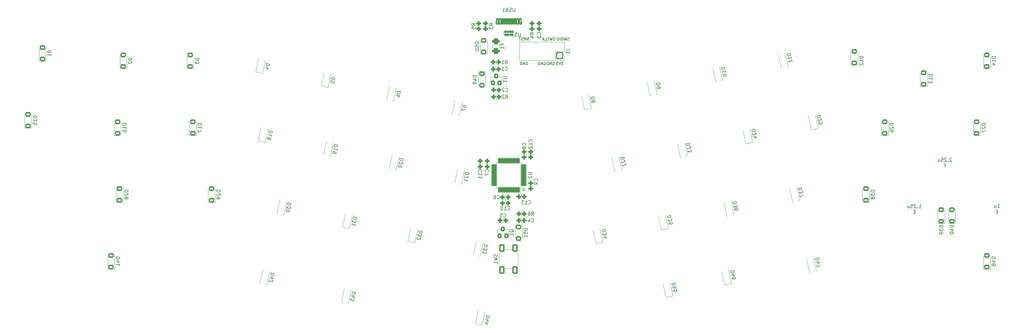
<source format=gbo>
G04 #@! TF.GenerationSoftware,KiCad,Pcbnew,(6.0.11-0)*
G04 #@! TF.CreationDate,2023-07-09T03:29:05+09:00*
G04 #@! TF.ProjectId,Vision,56697369-6f6e-42e6-9b69-6361645f7063,rev?*
G04 #@! TF.SameCoordinates,Original*
G04 #@! TF.FileFunction,Legend,Bot*
G04 #@! TF.FilePolarity,Positive*
%FSLAX46Y46*%
G04 Gerber Fmt 4.6, Leading zero omitted, Abs format (unit mm)*
G04 Created by KiCad (PCBNEW (6.0.11-0)) date 2023-07-09 03:29:05*
%MOMM*%
%LPD*%
G01*
G04 APERTURE LIST*
G04 Aperture macros list*
%AMRoundRect*
0 Rectangle with rounded corners*
0 $1 Rounding radius*
0 $2 $3 $4 $5 $6 $7 $8 $9 X,Y pos of 4 corners*
0 Add a 4 corners polygon primitive as box body*
4,1,4,$2,$3,$4,$5,$6,$7,$8,$9,$2,$3,0*
0 Add four circle primitives for the rounded corners*
1,1,$1+$1,$2,$3*
1,1,$1+$1,$4,$5*
1,1,$1+$1,$6,$7*
1,1,$1+$1,$8,$9*
0 Add four rect primitives between the rounded corners*
20,1,$1+$1,$2,$3,$4,$5,0*
20,1,$1+$1,$4,$5,$6,$7,0*
20,1,$1+$1,$6,$7,$8,$9,0*
20,1,$1+$1,$8,$9,$2,$3,0*%
G04 Aperture macros list end*
%ADD10C,0.150000*%
%ADD11C,0.160000*%
%ADD12C,0.200000*%
%ADD13C,0.120000*%
%ADD14C,0.400000*%
%ADD15C,2.150000*%
%ADD16C,4.387800*%
%ADD17C,2.650000*%
%ADD18C,3.448000*%
%ADD19C,1.187400*%
%ADD20RoundRect,0.200000X0.600000X-0.450000X0.600000X0.450000X-0.600000X0.450000X-0.600000X-0.450000X0*%
%ADD21RoundRect,0.200000X0.493328X-0.564913X0.680449X0.315419X-0.493328X0.564913X-0.680449X-0.315419X0*%
%ADD22RoundRect,0.200000X0.680449X-0.315419X0.493328X0.564913X-0.680449X0.315419X-0.493328X-0.564913X0*%
%ADD23RoundRect,0.450000X0.625000X-0.375000X0.625000X0.375000X-0.625000X0.375000X-0.625000X-0.375000X0*%
%ADD24RoundRect,0.418750X0.218750X0.256250X-0.218750X0.256250X-0.218750X-0.256250X0.218750X-0.256250X0*%
%ADD25C,1.050000*%
%ADD26RoundRect,0.200000X-0.300000X-0.725000X0.300000X-0.725000X0.300000X0.725000X-0.300000X0.725000X0*%
%ADD27RoundRect,0.200000X-0.150000X-0.725000X0.150000X-0.725000X0.150000X0.725000X-0.150000X0.725000X0*%
%ADD28O,1.400000X2.000000*%
%ADD29O,1.400000X2.500000*%
%ADD30RoundRect,0.418750X-0.218750X-0.256250X0.218750X-0.256250X0.218750X0.256250X-0.218750X0.256250X0*%
%ADD31RoundRect,0.418750X-0.256250X0.218750X-0.256250X-0.218750X0.256250X-0.218750X0.256250X0.218750X0*%
%ADD32RoundRect,0.418750X0.256250X-0.218750X0.256250X0.218750X-0.256250X0.218750X-0.256250X-0.218750X0*%
%ADD33RoundRect,0.200000X0.400000X-0.450000X0.400000X0.450000X-0.400000X0.450000X-0.400000X-0.450000X0*%
%ADD34RoundRect,0.250000X0.050000X-0.232500X0.050000X0.232500X-0.050000X0.232500X-0.050000X-0.232500X0*%
%ADD35RoundRect,0.300000X0.100000X-0.182500X0.100000X0.182500X-0.100000X0.182500X-0.100000X-0.182500X0*%
%ADD36RoundRect,0.200000X0.850000X-0.850000X0.850000X0.850000X-0.850000X0.850000X-0.850000X-0.850000X0*%
%ADD37O,2.100000X2.100000*%
%ADD38RoundRect,0.200000X-0.550000X0.900000X-0.550000X-0.900000X0.550000X-0.900000X0.550000X0.900000X0*%
%ADD39RoundRect,0.200000X-0.600000X0.450000X-0.600000X-0.450000X0.600000X-0.450000X0.600000X0.450000X0*%
%ADD40C,2.250000*%
%ADD41C,3.000000*%
%ADD42RoundRect,0.275000X0.075000X-0.662500X0.075000X0.662500X-0.075000X0.662500X-0.075000X-0.662500X0*%
%ADD43RoundRect,0.275000X0.662500X-0.075000X0.662500X0.075000X-0.662500X0.075000X-0.662500X-0.075000X0*%
G04 APERTURE END LIST*
D10*
X214550000Y-135600000D02*
G75*
G03*
X214550000Y-135600000I-300000J0D01*
G01*
D11*
X222509523Y-99300000D02*
X222585714Y-99261904D01*
X222700000Y-99261904D01*
X222814285Y-99300000D01*
X222890476Y-99376190D01*
X222928571Y-99452380D01*
X222966666Y-99604761D01*
X222966666Y-99719047D01*
X222928571Y-99871428D01*
X222890476Y-99947619D01*
X222814285Y-100023809D01*
X222700000Y-100061904D01*
X222623809Y-100061904D01*
X222509523Y-100023809D01*
X222471428Y-99985714D01*
X222471428Y-99719047D01*
X222623809Y-99719047D01*
X222128571Y-100061904D02*
X222128571Y-99261904D01*
X221671428Y-100061904D01*
X221671428Y-99261904D01*
X221290476Y-100061904D02*
X221290476Y-99261904D01*
X221100000Y-99261904D01*
X220985714Y-99300000D01*
X220909523Y-99376190D01*
X220871428Y-99452380D01*
X220833333Y-99604761D01*
X220833333Y-99719047D01*
X220871428Y-99871428D01*
X220909523Y-99947619D01*
X220985714Y-100023809D01*
X221100000Y-100061904D01*
X221290476Y-100061904D01*
X220009523Y-99300000D02*
X220085714Y-99261904D01*
X220200000Y-99261904D01*
X220314285Y-99300000D01*
X220390476Y-99376190D01*
X220428571Y-99452380D01*
X220466666Y-99604761D01*
X220466666Y-99719047D01*
X220428571Y-99871428D01*
X220390476Y-99947619D01*
X220314285Y-100023809D01*
X220200000Y-100061904D01*
X220123809Y-100061904D01*
X220009523Y-100023809D01*
X219971428Y-99985714D01*
X219971428Y-99719047D01*
X220123809Y-99719047D01*
X219628571Y-100061904D02*
X219628571Y-99261904D01*
X219171428Y-100061904D01*
X219171428Y-99261904D01*
X218790476Y-100061904D02*
X218790476Y-99261904D01*
X218600000Y-99261904D01*
X218485714Y-99300000D01*
X218409523Y-99376190D01*
X218371428Y-99452380D01*
X218333333Y-99604761D01*
X218333333Y-99719047D01*
X218371428Y-99871428D01*
X218409523Y-99947619D01*
X218485714Y-100023809D01*
X218600000Y-100061904D01*
X218790476Y-100061904D01*
X214909523Y-99299999D02*
X214985714Y-99261903D01*
X215100000Y-99261903D01*
X215214285Y-99299999D01*
X215290476Y-99376189D01*
X215328571Y-99452379D01*
X215366666Y-99604760D01*
X215366666Y-99719046D01*
X215328571Y-99871427D01*
X215290476Y-99947618D01*
X215214285Y-100023808D01*
X215100000Y-100061903D01*
X215023809Y-100061903D01*
X214909523Y-100023808D01*
X214871428Y-99985713D01*
X214871428Y-99719046D01*
X215023809Y-99719046D01*
X214528571Y-100061903D02*
X214528571Y-99261903D01*
X214071428Y-100061903D01*
X214071428Y-99261903D01*
X213690476Y-100061903D02*
X213690476Y-99261903D01*
X213500000Y-99261903D01*
X213385714Y-99299999D01*
X213309523Y-99376189D01*
X213271428Y-99452379D01*
X213233333Y-99604760D01*
X213233333Y-99719046D01*
X213271428Y-99871427D01*
X213309523Y-99947618D01*
X213385714Y-100023808D01*
X213500000Y-100061903D01*
X213690476Y-100061903D01*
X215614285Y-93061904D02*
X215614285Y-92261904D01*
X215157142Y-93061904D01*
X215157142Y-92261904D01*
X214319047Y-93061904D02*
X214585714Y-92680952D01*
X214776190Y-93061904D02*
X214776190Y-92261904D01*
X214471428Y-92261904D01*
X214395238Y-92300000D01*
X214357142Y-92338095D01*
X214319047Y-92414285D01*
X214319047Y-92528571D01*
X214357142Y-92604761D01*
X214395238Y-92642857D01*
X214471428Y-92680952D01*
X214776190Y-92680952D01*
X214014285Y-93023809D02*
X213900000Y-93061904D01*
X213709523Y-93061904D01*
X213633333Y-93023809D01*
X213595238Y-92985714D01*
X213557142Y-92909523D01*
X213557142Y-92833333D01*
X213595238Y-92757142D01*
X213633333Y-92719047D01*
X213709523Y-92680952D01*
X213861904Y-92642857D01*
X213938095Y-92604761D01*
X213976190Y-92566666D01*
X214014285Y-92490476D01*
X214014285Y-92414285D01*
X213976190Y-92338095D01*
X213938095Y-92300000D01*
X213861904Y-92261904D01*
X213671428Y-92261904D01*
X213557142Y-92300000D01*
X213328571Y-92261904D02*
X212871428Y-92261904D01*
X213100000Y-93061904D02*
X213100000Y-92261904D01*
X223109523Y-93023809D02*
X222995238Y-93061904D01*
X222804761Y-93061904D01*
X222728571Y-93023809D01*
X222690476Y-92985714D01*
X222652380Y-92909523D01*
X222652380Y-92833333D01*
X222690476Y-92757142D01*
X222728571Y-92719047D01*
X222804761Y-92680952D01*
X222957142Y-92642857D01*
X223033333Y-92604761D01*
X223071428Y-92566666D01*
X223109523Y-92490476D01*
X223109523Y-92414285D01*
X223071428Y-92338095D01*
X223033333Y-92300000D01*
X222957142Y-92261904D01*
X222766666Y-92261904D01*
X222652380Y-92300000D01*
X222385714Y-92261904D02*
X222195238Y-93061904D01*
X222042857Y-92490476D01*
X221890476Y-93061904D01*
X221700000Y-92261904D01*
X220938095Y-92985714D02*
X220976190Y-93023809D01*
X221090476Y-93061904D01*
X221166666Y-93061904D01*
X221280952Y-93023809D01*
X221357142Y-92947619D01*
X221395238Y-92871428D01*
X221433333Y-92719047D01*
X221433333Y-92604761D01*
X221395238Y-92452380D01*
X221357142Y-92376190D01*
X221280952Y-92300000D01*
X221166666Y-92261904D01*
X221090476Y-92261904D01*
X220976190Y-92300000D01*
X220938095Y-92338095D01*
X220214285Y-93061904D02*
X220595238Y-93061904D01*
X220595238Y-92261904D01*
X219947619Y-93061904D02*
X219947619Y-92261904D01*
X219490476Y-93061904D02*
X219833333Y-92604761D01*
X219490476Y-92261904D02*
X219947619Y-92719047D01*
X227095238Y-93023809D02*
X226980952Y-93061904D01*
X226790476Y-93061904D01*
X226714285Y-93023809D01*
X226676190Y-92985714D01*
X226638095Y-92909523D01*
X226638095Y-92833333D01*
X226676190Y-92757142D01*
X226714285Y-92719047D01*
X226790476Y-92680952D01*
X226942857Y-92642857D01*
X227019047Y-92604761D01*
X227057142Y-92566666D01*
X227095238Y-92490476D01*
X227095238Y-92414285D01*
X227057142Y-92338095D01*
X227019047Y-92300000D01*
X226942857Y-92261904D01*
X226752380Y-92261904D01*
X226638095Y-92300000D01*
X226371428Y-92261904D02*
X226180952Y-93061904D01*
X226028571Y-92490476D01*
X225876190Y-93061904D01*
X225685714Y-92261904D01*
X225380952Y-93061904D02*
X225380952Y-92261904D01*
X225190476Y-92261904D01*
X225076190Y-92300000D01*
X225000000Y-92376190D01*
X224961904Y-92452380D01*
X224923809Y-92604761D01*
X224923809Y-92719047D01*
X224961904Y-92871428D01*
X225000000Y-92947619D01*
X225076190Y-93023809D01*
X225190476Y-93061904D01*
X225380952Y-93061904D01*
X224580952Y-93061904D02*
X224580952Y-92261904D01*
X224047619Y-92261904D02*
X223895238Y-92261904D01*
X223819047Y-92300000D01*
X223742857Y-92376190D01*
X223704761Y-92528571D01*
X223704761Y-92795238D01*
X223742857Y-92947619D01*
X223819047Y-93023809D01*
X223895238Y-93061904D01*
X224047619Y-93061904D01*
X224123809Y-93023809D01*
X224200000Y-92947619D01*
X224238095Y-92795238D01*
X224238095Y-92528571D01*
X224200000Y-92376190D01*
X224123809Y-92300000D01*
X224047619Y-92261904D01*
D12*
X326657142Y-140797380D02*
X327228571Y-140797380D01*
X326942857Y-140797380D02*
X326942857Y-139797380D01*
X327038095Y-139940238D01*
X327133333Y-140035476D01*
X327228571Y-140083095D01*
X326228571Y-140702142D02*
X326180952Y-140749761D01*
X326228571Y-140797380D01*
X326276190Y-140749761D01*
X326228571Y-140702142D01*
X326228571Y-140797380D01*
X325800000Y-139892619D02*
X325752380Y-139845000D01*
X325657142Y-139797380D01*
X325419047Y-139797380D01*
X325323809Y-139845000D01*
X325276190Y-139892619D01*
X325228571Y-139987857D01*
X325228571Y-140083095D01*
X325276190Y-140225952D01*
X325847619Y-140797380D01*
X325228571Y-140797380D01*
X324323809Y-139797380D02*
X324800000Y-139797380D01*
X324847619Y-140273571D01*
X324800000Y-140225952D01*
X324704761Y-140178333D01*
X324466666Y-140178333D01*
X324371428Y-140225952D01*
X324323809Y-140273571D01*
X324276190Y-140368809D01*
X324276190Y-140606904D01*
X324323809Y-140702142D01*
X324371428Y-140749761D01*
X324466666Y-140797380D01*
X324704761Y-140797380D01*
X324800000Y-140749761D01*
X324847619Y-140702142D01*
X323419047Y-140130714D02*
X323419047Y-140797380D01*
X323847619Y-140130714D02*
X323847619Y-140654523D01*
X323800000Y-140749761D01*
X323704761Y-140797380D01*
X323561904Y-140797380D01*
X323466666Y-140749761D01*
X323419047Y-140702142D01*
X325514285Y-141883571D02*
X325180952Y-141883571D01*
X325038095Y-142407380D02*
X325514285Y-142407380D01*
X325514285Y-141407380D01*
X325038095Y-141407380D01*
X348966666Y-140747380D02*
X349538095Y-140747380D01*
X349252380Y-140747380D02*
X349252380Y-139747380D01*
X349347619Y-139890238D01*
X349442857Y-139985476D01*
X349538095Y-140033095D01*
X348109523Y-140080714D02*
X348109523Y-140747380D01*
X348538095Y-140080714D02*
X348538095Y-140604523D01*
X348490476Y-140699761D01*
X348395238Y-140747380D01*
X348252380Y-140747380D01*
X348157142Y-140699761D01*
X348109523Y-140652142D01*
X349014285Y-141833571D02*
X348680952Y-141833571D01*
X348538095Y-142357380D02*
X349014285Y-142357380D01*
X349014285Y-141357380D01*
X348538095Y-141357380D01*
X335928570Y-126692619D02*
X335880951Y-126645000D01*
X335785713Y-126597380D01*
X335547618Y-126597380D01*
X335452379Y-126645000D01*
X335404760Y-126692619D01*
X335357141Y-126787857D01*
X335357141Y-126883095D01*
X335404760Y-127025952D01*
X335976189Y-127597380D01*
X335357141Y-127597380D01*
X334928570Y-127502142D02*
X334880951Y-127549761D01*
X334928570Y-127597380D01*
X334976189Y-127549761D01*
X334928570Y-127502142D01*
X334928570Y-127597380D01*
X334499999Y-126692619D02*
X334452379Y-126645000D01*
X334357141Y-126597380D01*
X334119046Y-126597380D01*
X334023808Y-126645000D01*
X333976189Y-126692619D01*
X333928570Y-126787857D01*
X333928570Y-126883095D01*
X333976189Y-127025952D01*
X334547618Y-127597380D01*
X333928570Y-127597380D01*
X333023808Y-126597380D02*
X333499999Y-126597380D01*
X333547618Y-127073571D01*
X333499999Y-127025952D01*
X333404760Y-126978333D01*
X333166665Y-126978333D01*
X333071427Y-127025952D01*
X333023808Y-127073571D01*
X332976189Y-127168809D01*
X332976189Y-127406904D01*
X333023808Y-127502142D01*
X333071427Y-127549761D01*
X333166665Y-127597380D01*
X333404760Y-127597380D01*
X333499999Y-127549761D01*
X333547618Y-127502142D01*
X332119046Y-126930714D02*
X332119046Y-127597380D01*
X332547618Y-126930714D02*
X332547618Y-127454523D01*
X332499999Y-127549761D01*
X332404760Y-127597380D01*
X332261903Y-127597380D01*
X332166665Y-127549761D01*
X332119046Y-127502142D01*
X333857141Y-128683571D02*
X334190475Y-128683571D01*
X334190475Y-129207380D02*
X334190475Y-128207380D01*
X333714284Y-128207380D01*
D11*
X225490476Y-99261904D02*
X224995238Y-99261904D01*
X225261904Y-99566666D01*
X225147619Y-99566666D01*
X225071428Y-99604761D01*
X225033333Y-99642857D01*
X224995238Y-99719047D01*
X224995238Y-99909523D01*
X225033333Y-99985714D01*
X225071428Y-100023809D01*
X225147619Y-100061904D01*
X225376190Y-100061904D01*
X225452380Y-100023809D01*
X225490476Y-99985714D01*
X224766666Y-99261904D02*
X224500000Y-100061904D01*
X224233333Y-99261904D01*
X224042857Y-99261904D02*
X223547619Y-99261904D01*
X223814285Y-99566666D01*
X223700000Y-99566666D01*
X223623809Y-99604761D01*
X223585714Y-99642857D01*
X223547619Y-99719047D01*
X223547619Y-99909523D01*
X223585714Y-99985714D01*
X223623809Y-100023809D01*
X223700000Y-100061904D01*
X223928571Y-100061904D01*
X224004761Y-100023809D01*
X224042857Y-99985714D01*
D10*
X101126131Y-116726306D02*
X100126131Y-116726306D01*
X100126131Y-116964401D01*
X100173751Y-117107258D01*
X100268989Y-117202496D01*
X100364227Y-117250115D01*
X100554703Y-117297734D01*
X100697560Y-117297734D01*
X100888036Y-117250115D01*
X100983274Y-117202496D01*
X101078512Y-117107258D01*
X101126131Y-116964401D01*
X101126131Y-116726306D01*
X101126131Y-118250115D02*
X101126131Y-117678687D01*
X101126131Y-117964401D02*
X100126131Y-117964401D01*
X100268989Y-117869163D01*
X100364227Y-117773925D01*
X100411846Y-117678687D01*
X100126131Y-119107258D02*
X100126131Y-118916782D01*
X100173751Y-118821544D01*
X100221370Y-118773925D01*
X100364227Y-118678687D01*
X100554703Y-118631068D01*
X100935655Y-118631068D01*
X101030893Y-118678687D01*
X101078512Y-118726306D01*
X101126131Y-118821544D01*
X101126131Y-119012020D01*
X101078512Y-119107258D01*
X101030893Y-119154877D01*
X100935655Y-119202496D01*
X100697560Y-119202496D01*
X100602322Y-119154877D01*
X100554703Y-119107258D01*
X100507084Y-119012020D01*
X100507084Y-118821544D01*
X100554703Y-118726306D01*
X100602322Y-118678687D01*
X100697560Y-118631068D01*
X122557381Y-116726307D02*
X121557381Y-116726307D01*
X121557381Y-116964402D01*
X121605001Y-117107259D01*
X121700239Y-117202497D01*
X121795477Y-117250116D01*
X121985953Y-117297735D01*
X122128810Y-117297735D01*
X122319286Y-117250116D01*
X122414524Y-117202497D01*
X122509762Y-117107259D01*
X122557381Y-116964402D01*
X122557381Y-116726307D01*
X122557381Y-118250116D02*
X122557381Y-117678688D01*
X122557381Y-117964402D02*
X121557381Y-117964402D01*
X121700239Y-117869164D01*
X121795477Y-117773926D01*
X121843096Y-117678688D01*
X121557381Y-118583450D02*
X121557381Y-119250116D01*
X122557381Y-118821545D01*
X142758641Y-118997189D02*
X141780493Y-118789277D01*
X141730991Y-119022170D01*
X141747867Y-119171806D01*
X141821223Y-119284764D01*
X141904480Y-119351143D01*
X142080893Y-119437324D01*
X142220628Y-119467026D01*
X142416843Y-119460049D01*
X142519900Y-119433272D01*
X142632858Y-119359916D01*
X142709138Y-119230081D01*
X142758641Y-118997189D01*
X142441823Y-120487700D02*
X142560630Y-119928758D01*
X142501227Y-120208229D02*
X141523079Y-120000317D01*
X141682615Y-119936862D01*
X141795573Y-119863506D01*
X141861953Y-119780250D01*
X141764075Y-120927835D02*
X141737298Y-120824777D01*
X141700620Y-120768298D01*
X141617363Y-120701919D01*
X141570785Y-120692018D01*
X141467728Y-120718795D01*
X141411249Y-120755473D01*
X141344869Y-120838730D01*
X141305267Y-121025043D01*
X141332044Y-121128101D01*
X141368722Y-121184580D01*
X141451978Y-121250959D01*
X141498557Y-121260860D01*
X141601614Y-121234083D01*
X141658093Y-121197405D01*
X141724473Y-121114148D01*
X141764075Y-120927835D01*
X141830455Y-120844578D01*
X141886934Y-120807900D01*
X141989991Y-120781123D01*
X142176305Y-120820725D01*
X142259561Y-120887105D01*
X142296239Y-120943584D01*
X142323017Y-121046641D01*
X142283414Y-121232955D01*
X142217035Y-121316211D01*
X142160556Y-121352889D01*
X142057498Y-121379667D01*
X141871184Y-121340064D01*
X141787928Y-121273685D01*
X141751250Y-121217206D01*
X141724473Y-121114148D01*
X161392353Y-122957907D02*
X160414205Y-122749995D01*
X160364703Y-122982888D01*
X160381579Y-123132524D01*
X160454935Y-123245482D01*
X160538192Y-123311861D01*
X160714605Y-123398042D01*
X160854340Y-123427744D01*
X161050555Y-123420767D01*
X161153612Y-123393990D01*
X161266570Y-123320634D01*
X161342850Y-123190799D01*
X161392353Y-122957907D01*
X161075535Y-124448418D02*
X161194342Y-123889476D01*
X161134939Y-124168947D02*
X160156791Y-123961035D01*
X160316327Y-123897580D01*
X160429285Y-123824224D01*
X160495665Y-123740968D01*
X160976530Y-124914202D02*
X160936927Y-125100516D01*
X160870548Y-125183773D01*
X160814069Y-125220450D01*
X160654532Y-125283906D01*
X160458318Y-125290882D01*
X160085690Y-125211677D01*
X160002434Y-125145298D01*
X159965756Y-125088819D01*
X159938979Y-124985761D01*
X159978581Y-124799448D01*
X160044961Y-124716191D01*
X160101440Y-124679513D01*
X160204497Y-124652736D01*
X160437389Y-124702239D01*
X160520646Y-124768618D01*
X160557324Y-124825097D01*
X160584101Y-124928155D01*
X160544499Y-125114469D01*
X160478119Y-125197725D01*
X160421640Y-125234403D01*
X160318583Y-125261180D01*
X180026064Y-126918625D02*
X179047916Y-126710713D01*
X178998414Y-126943606D01*
X179015290Y-127093242D01*
X179088646Y-127206200D01*
X179171903Y-127272579D01*
X179348316Y-127358760D01*
X179488051Y-127388462D01*
X179684266Y-127381485D01*
X179787323Y-127354708D01*
X179900281Y-127281352D01*
X179976561Y-127151517D01*
X180026064Y-126918625D01*
X178943062Y-127662084D02*
X178886583Y-127698762D01*
X178820204Y-127782018D01*
X178770701Y-128014910D01*
X178797478Y-128117968D01*
X178834156Y-128174447D01*
X178917412Y-128240826D01*
X179010569Y-128260627D01*
X179160205Y-128243751D01*
X179837953Y-127803616D01*
X179709246Y-128409136D01*
X178602391Y-128806744D02*
X178582590Y-128899901D01*
X178609368Y-129002958D01*
X178646046Y-129059437D01*
X178729302Y-129125817D01*
X178905715Y-129211998D01*
X179138607Y-129261500D01*
X179334822Y-129254524D01*
X179437879Y-129227747D01*
X179494358Y-129191069D01*
X179560738Y-129107813D01*
X179580539Y-129014656D01*
X179553762Y-128911598D01*
X179517084Y-128855119D01*
X179433827Y-128788740D01*
X179257414Y-128702559D01*
X179024522Y-128653056D01*
X178828307Y-128660032D01*
X178725250Y-128686810D01*
X178668771Y-128723488D01*
X178602391Y-128806744D01*
X198659777Y-130879342D02*
X197681629Y-130671430D01*
X197632127Y-130904323D01*
X197649003Y-131053959D01*
X197722359Y-131166917D01*
X197805616Y-131233296D01*
X197982029Y-131319477D01*
X198121764Y-131349179D01*
X198317979Y-131342202D01*
X198421036Y-131315425D01*
X198533994Y-131242069D01*
X198610274Y-131112234D01*
X198659777Y-130879342D01*
X197576775Y-131622801D02*
X197520296Y-131659479D01*
X197453917Y-131742735D01*
X197404414Y-131975627D01*
X197431191Y-132078685D01*
X197467869Y-132135164D01*
X197551125Y-132201543D01*
X197644282Y-132221344D01*
X197793918Y-132204468D01*
X198471666Y-131764333D01*
X198342959Y-132369853D01*
X198144948Y-133301422D02*
X198263755Y-132742480D01*
X198204351Y-133021951D02*
X197226204Y-132814039D01*
X197385740Y-132750584D01*
X197498698Y-132677228D01*
X197565078Y-132593972D01*
X242776313Y-126325088D02*
X241798165Y-126532999D01*
X241847668Y-126765892D01*
X241923948Y-126895726D01*
X242036906Y-126969082D01*
X242139963Y-126995859D01*
X242336178Y-127002836D01*
X242475913Y-126973134D01*
X242652326Y-126886953D01*
X242735583Y-126820574D01*
X242808939Y-126707616D01*
X242825815Y-126557980D01*
X242776313Y-126325088D01*
X242089333Y-127444767D02*
X242052655Y-127501246D01*
X242025878Y-127604304D01*
X242075381Y-127837196D01*
X242141760Y-127920452D01*
X242198239Y-127957130D01*
X242301297Y-127983908D01*
X242394454Y-127964107D01*
X242524288Y-127887826D01*
X242964423Y-127210078D01*
X243093130Y-127815598D01*
X242287344Y-128376336D02*
X242250666Y-128432815D01*
X242223889Y-128535873D01*
X242273392Y-128768765D01*
X242339771Y-128852022D01*
X242396250Y-128888699D01*
X242499308Y-128915477D01*
X242592465Y-128895676D01*
X242722300Y-128819396D01*
X243162434Y-128141647D01*
X243291142Y-128747167D01*
X261410025Y-122364371D02*
X260431877Y-122572282D01*
X260481380Y-122805175D01*
X260557660Y-122935009D01*
X260670618Y-123008365D01*
X260773675Y-123035142D01*
X260969890Y-123042119D01*
X261109625Y-123012417D01*
X261286038Y-122926236D01*
X261369295Y-122859857D01*
X261442651Y-122746899D01*
X261459527Y-122597263D01*
X261410025Y-122364371D01*
X260723045Y-123484050D02*
X260686367Y-123540529D01*
X260659590Y-123643587D01*
X260709093Y-123876479D01*
X260775472Y-123959735D01*
X260831951Y-123996413D01*
X260935009Y-124023191D01*
X261028166Y-124003390D01*
X261158000Y-123927109D01*
X261598135Y-123249361D01*
X261726842Y-123854881D01*
X260817999Y-124388842D02*
X260946706Y-124994362D01*
X261250030Y-124589108D01*
X261279731Y-124728844D01*
X261346111Y-124812100D01*
X261402590Y-124848778D01*
X261505647Y-124875555D01*
X261738540Y-124826053D01*
X261821796Y-124759673D01*
X261858474Y-124703194D01*
X261885251Y-124600136D01*
X261825848Y-124320666D01*
X261759468Y-124237409D01*
X261702989Y-124200731D01*
X280043737Y-118403653D02*
X279065589Y-118611564D01*
X279115092Y-118844457D01*
X279191372Y-118974291D01*
X279304330Y-119047647D01*
X279407387Y-119074424D01*
X279603602Y-119081401D01*
X279743337Y-119051699D01*
X279919750Y-118965518D01*
X280003007Y-118899139D01*
X280076363Y-118786181D01*
X280093239Y-118636545D01*
X280043737Y-118403653D01*
X279356757Y-119523332D02*
X279320079Y-119579811D01*
X279293302Y-119682869D01*
X279342805Y-119915761D01*
X279409184Y-119999017D01*
X279465663Y-120035695D01*
X279568721Y-120062473D01*
X279661878Y-120042672D01*
X279791712Y-119966391D01*
X280231847Y-119288643D01*
X280360554Y-119894163D01*
X279886666Y-120871183D02*
X280538764Y-120732575D01*
X279464536Y-120717495D02*
X280113710Y-120336095D01*
X280242417Y-120941615D01*
X298677448Y-114442936D02*
X297699300Y-114650847D01*
X297748803Y-114883740D01*
X297825083Y-115013574D01*
X297938041Y-115086930D01*
X298041098Y-115113707D01*
X298237313Y-115120684D01*
X298377048Y-115090982D01*
X298553461Y-115004801D01*
X298636718Y-114938422D01*
X298710074Y-114825464D01*
X298726950Y-114675828D01*
X298677448Y-114442936D01*
X297990468Y-115562615D02*
X297953790Y-115619094D01*
X297927013Y-115722152D01*
X297976516Y-115955044D01*
X298042895Y-116038300D01*
X298099374Y-116074978D01*
X298202432Y-116101756D01*
X298295589Y-116081955D01*
X298425423Y-116005674D01*
X298865558Y-115327926D01*
X298994265Y-115933446D01*
X298204228Y-117026349D02*
X298105223Y-116560564D01*
X298561107Y-116414980D01*
X298524429Y-116471459D01*
X298497652Y-116574516D01*
X298547154Y-116807409D01*
X298613534Y-116890665D01*
X298670013Y-116927343D01*
X298773070Y-116954120D01*
X299005963Y-116904618D01*
X299089219Y-116838238D01*
X299125897Y-116781759D01*
X299152674Y-116678701D01*
X299103172Y-116445809D01*
X299036792Y-116362553D01*
X298980313Y-116325875D01*
X319357381Y-116726306D02*
X318357381Y-116726306D01*
X318357381Y-116964401D01*
X318405001Y-117107258D01*
X318500239Y-117202496D01*
X318595477Y-117250115D01*
X318785953Y-117297734D01*
X318928810Y-117297734D01*
X319119286Y-117250115D01*
X319214524Y-117202496D01*
X319309762Y-117107258D01*
X319357381Y-116964401D01*
X319357381Y-116726306D01*
X318452620Y-117678687D02*
X318405001Y-117726306D01*
X318357381Y-117821544D01*
X318357381Y-118059639D01*
X318405001Y-118154877D01*
X318452620Y-118202496D01*
X318547858Y-118250115D01*
X318643096Y-118250115D01*
X318785953Y-118202496D01*
X319357381Y-117631068D01*
X319357381Y-118250115D01*
X318357381Y-119107258D02*
X318357381Y-118916782D01*
X318405001Y-118821544D01*
X318452620Y-118773925D01*
X318595477Y-118678687D01*
X318785953Y-118631068D01*
X319166905Y-118631068D01*
X319262143Y-118678687D01*
X319309762Y-118726306D01*
X319357381Y-118821544D01*
X319357381Y-119012020D01*
X319309762Y-119107258D01*
X319262143Y-119154877D01*
X319166905Y-119202496D01*
X318928810Y-119202496D01*
X318833572Y-119154877D01*
X318785953Y-119107258D01*
X318738334Y-119012020D01*
X318738334Y-118821544D01*
X318785953Y-118726306D01*
X318833572Y-118678687D01*
X318928810Y-118631068D01*
X345551131Y-116726307D02*
X344551131Y-116726307D01*
X344551131Y-116964402D01*
X344598751Y-117107259D01*
X344693989Y-117202497D01*
X344789227Y-117250116D01*
X344979703Y-117297735D01*
X345122560Y-117297735D01*
X345313036Y-117250116D01*
X345408274Y-117202497D01*
X345503512Y-117107259D01*
X345551131Y-116964402D01*
X345551131Y-116726307D01*
X344646370Y-117678688D02*
X344598751Y-117726307D01*
X344551131Y-117821545D01*
X344551131Y-118059640D01*
X344598751Y-118154878D01*
X344646370Y-118202497D01*
X344741608Y-118250116D01*
X344836846Y-118250116D01*
X344979703Y-118202497D01*
X345551131Y-117631069D01*
X345551131Y-118250116D01*
X344551131Y-118583450D02*
X344551131Y-119250116D01*
X345551131Y-118821545D01*
X166742353Y-143567906D02*
X165764205Y-143359994D01*
X165714703Y-143592887D01*
X165731579Y-143742523D01*
X165804935Y-143855481D01*
X165888192Y-143921860D01*
X166064605Y-144008041D01*
X166204340Y-144037743D01*
X166400555Y-144030766D01*
X166503612Y-144003989D01*
X166616570Y-143930633D01*
X166692850Y-143800798D01*
X166742353Y-143567906D01*
X165576095Y-144244985D02*
X165447388Y-144850505D01*
X165889319Y-144603660D01*
X165859618Y-144743396D01*
X165886395Y-144846453D01*
X165923073Y-144902932D01*
X166006329Y-144969312D01*
X166239221Y-145018815D01*
X166342279Y-144992037D01*
X166398758Y-144955359D01*
X166465137Y-144872103D01*
X166524541Y-144592632D01*
X166497763Y-144489575D01*
X166461086Y-144433096D01*
X166227524Y-145989986D02*
X166346331Y-145431044D01*
X166286927Y-145710515D02*
X165308780Y-145502603D01*
X165468316Y-145439148D01*
X165581274Y-145365792D01*
X165647654Y-145282536D01*
X185376065Y-147528624D02*
X184397917Y-147320712D01*
X184348415Y-147553605D01*
X184365291Y-147703241D01*
X184438647Y-147816199D01*
X184521904Y-147882578D01*
X184698317Y-147968759D01*
X184838052Y-147998461D01*
X185034267Y-147991484D01*
X185137324Y-147964707D01*
X185250282Y-147891351D01*
X185326562Y-147761516D01*
X185376065Y-147528624D01*
X184209807Y-148205703D02*
X184081100Y-148811223D01*
X184523031Y-148564378D01*
X184493330Y-148704114D01*
X184520107Y-148807171D01*
X184556785Y-148863650D01*
X184640041Y-148930030D01*
X184872933Y-148979533D01*
X184975991Y-148952755D01*
X185032470Y-148916077D01*
X185098849Y-148832821D01*
X185158253Y-148553350D01*
X185131475Y-148450293D01*
X185094798Y-148393814D01*
X184095052Y-149203652D02*
X184038573Y-149240330D01*
X183972194Y-149323586D01*
X183922691Y-149556478D01*
X183949468Y-149659536D01*
X183986146Y-149716015D01*
X184069402Y-149782394D01*
X184162559Y-149802196D01*
X184312195Y-149785319D01*
X184989943Y-149345184D01*
X184861236Y-149950704D01*
X204009777Y-151489342D02*
X203031629Y-151281430D01*
X202982127Y-151514323D01*
X202999003Y-151663959D01*
X203072359Y-151776917D01*
X203155616Y-151843296D01*
X203332029Y-151929477D01*
X203471764Y-151959179D01*
X203667979Y-151952202D01*
X203771036Y-151925425D01*
X203883994Y-151852069D01*
X203960274Y-151722234D01*
X204009777Y-151489342D01*
X202843519Y-152166421D02*
X202714812Y-152771941D01*
X203156743Y-152525096D01*
X203127042Y-152664832D01*
X203153819Y-152767889D01*
X203190497Y-152824368D01*
X203273753Y-152890748D01*
X203506645Y-152940251D01*
X203609703Y-152913473D01*
X203666182Y-152876795D01*
X203732561Y-152793539D01*
X203791965Y-152514068D01*
X203765187Y-152411011D01*
X203728510Y-152354532D01*
X202645508Y-153097990D02*
X202516800Y-153703510D01*
X202958732Y-153456665D01*
X202929030Y-153596401D01*
X202955808Y-153699458D01*
X202992486Y-153755937D01*
X203075742Y-153822317D01*
X203308634Y-153871820D01*
X203411692Y-153845042D01*
X203468171Y-153808364D01*
X203534550Y-153725108D01*
X203593954Y-153445637D01*
X203567176Y-153342580D01*
X203530498Y-153286101D01*
X237416313Y-146935088D02*
X236438165Y-147142999D01*
X236487668Y-147375892D01*
X236563948Y-147505726D01*
X236676906Y-147579082D01*
X236779963Y-147605859D01*
X236976178Y-147612836D01*
X237115913Y-147583134D01*
X237292326Y-147496953D01*
X237375583Y-147430574D01*
X237448939Y-147317616D01*
X237465815Y-147167980D01*
X237416313Y-146935088D01*
X236626276Y-148027990D02*
X236754983Y-148633510D01*
X237058307Y-148228256D01*
X237088008Y-148367992D01*
X237154388Y-148451248D01*
X237210867Y-148487926D01*
X237313924Y-148514703D01*
X237546817Y-148465200D01*
X237630073Y-148398821D01*
X237666751Y-148342342D01*
X237693528Y-148239284D01*
X237634125Y-147959814D01*
X237567745Y-147876557D01*
X237511266Y-147839879D01*
X237259242Y-149402618D02*
X237911340Y-149264010D01*
X236837112Y-149248930D02*
X237486286Y-148867530D01*
X237614993Y-149473050D01*
X256050025Y-142974370D02*
X255071877Y-143182281D01*
X255121380Y-143415174D01*
X255197660Y-143545008D01*
X255310618Y-143618364D01*
X255413675Y-143645141D01*
X255609890Y-143652118D01*
X255749625Y-143622416D01*
X255926038Y-143536235D01*
X256009295Y-143469856D01*
X256082651Y-143356898D01*
X256099527Y-143207262D01*
X256050025Y-142974370D01*
X255259988Y-144067272D02*
X255388695Y-144672792D01*
X255692019Y-144267538D01*
X255721720Y-144407274D01*
X255788100Y-144490530D01*
X255844579Y-144527208D01*
X255947636Y-144553985D01*
X256180529Y-144504482D01*
X256263785Y-144438103D01*
X256300463Y-144381624D01*
X256327240Y-144278566D01*
X256267837Y-143999096D01*
X256201457Y-143915839D01*
X256144978Y-143879161D01*
X255576805Y-145557783D02*
X255477800Y-145091998D01*
X255933684Y-144946414D01*
X255897006Y-145002893D01*
X255870229Y-145105950D01*
X255919731Y-145338843D01*
X255986111Y-145422099D01*
X256042590Y-145458777D01*
X256145647Y-145485554D01*
X256378540Y-145436052D01*
X256461796Y-145369672D01*
X256498474Y-145313193D01*
X256525251Y-145210135D01*
X256475749Y-144977243D01*
X256409369Y-144893987D01*
X256352890Y-144857309D01*
X274683737Y-139013652D02*
X273705589Y-139221563D01*
X273755092Y-139454456D01*
X273831372Y-139584290D01*
X273944330Y-139657646D01*
X274047387Y-139684423D01*
X274243602Y-139691400D01*
X274383337Y-139661698D01*
X274559750Y-139575517D01*
X274643007Y-139509138D01*
X274716363Y-139396180D01*
X274733239Y-139246544D01*
X274683737Y-139013652D01*
X273893700Y-140106554D02*
X274022407Y-140712074D01*
X274325731Y-140306820D01*
X274355432Y-140446556D01*
X274421812Y-140529812D01*
X274478291Y-140566490D01*
X274581348Y-140593267D01*
X274814241Y-140543764D01*
X274897497Y-140477385D01*
X274934175Y-140420906D01*
X274960952Y-140317848D01*
X274901549Y-140038378D01*
X274835169Y-139955121D01*
X274778690Y-139918443D01*
X274200617Y-141550486D02*
X274161015Y-141364172D01*
X274187792Y-141261115D01*
X274224470Y-141204636D01*
X274344404Y-141081777D01*
X274520817Y-140995597D01*
X274893445Y-140916392D01*
X274996503Y-140943169D01*
X275052982Y-140979847D01*
X275119361Y-141063104D01*
X275158963Y-141249417D01*
X275132186Y-141352475D01*
X275095508Y-141408954D01*
X275012252Y-141475334D01*
X274779359Y-141524836D01*
X274676302Y-141498059D01*
X274619823Y-141461381D01*
X274553443Y-141378125D01*
X274513841Y-141191811D01*
X274540619Y-141088753D01*
X274577296Y-141032274D01*
X274660553Y-140965895D01*
X293317449Y-135052934D02*
X292339301Y-135260845D01*
X292388804Y-135493738D01*
X292465084Y-135623572D01*
X292578042Y-135696928D01*
X292681099Y-135723705D01*
X292877314Y-135730682D01*
X293017049Y-135700980D01*
X293193462Y-135614799D01*
X293276719Y-135548420D01*
X293350075Y-135435462D01*
X293366951Y-135285826D01*
X293317449Y-135052934D01*
X292527412Y-136145836D02*
X292656119Y-136751356D01*
X292959443Y-136346102D01*
X292989144Y-136485838D01*
X293055524Y-136569094D01*
X293112003Y-136605772D01*
X293215060Y-136632549D01*
X293447953Y-136583046D01*
X293531209Y-136516667D01*
X293567887Y-136460188D01*
X293594664Y-136357130D01*
X293535261Y-136077660D01*
X293468881Y-135994403D01*
X293412402Y-135957725D01*
X292725423Y-137077405D02*
X292864031Y-137729503D01*
X293753073Y-137102386D01*
X313997381Y-135776306D02*
X312997381Y-135776306D01*
X312997381Y-136014401D01*
X313045001Y-136157258D01*
X313140239Y-136252496D01*
X313235477Y-136300115D01*
X313425953Y-136347734D01*
X313568810Y-136347734D01*
X313759286Y-136300115D01*
X313854524Y-136252496D01*
X313949762Y-136157258D01*
X313997381Y-136014401D01*
X313997381Y-135776306D01*
X312997381Y-136681068D02*
X312997381Y-137300115D01*
X313378334Y-136966782D01*
X313378334Y-137109639D01*
X313425953Y-137204877D01*
X313473572Y-137252496D01*
X313568810Y-137300115D01*
X313806905Y-137300115D01*
X313902143Y-137252496D01*
X313949762Y-137204877D01*
X313997381Y-137109639D01*
X313997381Y-136823925D01*
X313949762Y-136728687D01*
X313902143Y-136681068D01*
X313425953Y-137871544D02*
X313378334Y-137776306D01*
X313330715Y-137728687D01*
X313235477Y-137681068D01*
X313187858Y-137681068D01*
X313092620Y-137728687D01*
X313045001Y-137776306D01*
X312997381Y-137871544D01*
X312997381Y-138062020D01*
X313045001Y-138157258D01*
X313092620Y-138204877D01*
X313187858Y-138252496D01*
X313235477Y-138252496D01*
X313330715Y-138204877D01*
X313378334Y-138157258D01*
X313425953Y-138062020D01*
X313425953Y-137871544D01*
X313473572Y-137776306D01*
X313521191Y-137728687D01*
X313616429Y-137681068D01*
X313806905Y-137681068D01*
X313902143Y-137728687D01*
X313949762Y-137776306D01*
X313997381Y-137871544D01*
X313997381Y-138062020D01*
X313949762Y-138157258D01*
X313902143Y-138204877D01*
X313806905Y-138252496D01*
X313616429Y-138252496D01*
X313521191Y-138204877D01*
X313473572Y-138157258D01*
X313425953Y-138062020D01*
X333452380Y-145785714D02*
X332452380Y-145785714D01*
X332452380Y-146023809D01*
X332500000Y-146166666D01*
X332595238Y-146261904D01*
X332690476Y-146309523D01*
X332880952Y-146357142D01*
X333023809Y-146357142D01*
X333214285Y-146309523D01*
X333309523Y-146261904D01*
X333404761Y-146166666D01*
X333452380Y-146023809D01*
X333452380Y-145785714D01*
X332452380Y-146690476D02*
X332452380Y-147309523D01*
X332833333Y-146976190D01*
X332833333Y-147119047D01*
X332880952Y-147214285D01*
X332928571Y-147261904D01*
X333023809Y-147309523D01*
X333261904Y-147309523D01*
X333357142Y-147261904D01*
X333404761Y-147214285D01*
X333452380Y-147119047D01*
X333452380Y-146833333D01*
X333404761Y-146738095D01*
X333357142Y-146690476D01*
X333452380Y-147785714D02*
X333452380Y-147976190D01*
X333404761Y-148071428D01*
X333357142Y-148119047D01*
X333214285Y-148214285D01*
X333023809Y-148261904D01*
X332642857Y-148261904D01*
X332547619Y-148214285D01*
X332500000Y-148166666D01*
X332452380Y-148071428D01*
X332452380Y-147880952D01*
X332500000Y-147785714D01*
X332547619Y-147738095D01*
X332642857Y-147690476D01*
X332880952Y-147690476D01*
X332976190Y-147738095D01*
X333023809Y-147785714D01*
X333071428Y-147880952D01*
X333071428Y-148071428D01*
X333023809Y-148166666D01*
X332976190Y-148214285D01*
X332880952Y-148261904D01*
X143298642Y-159597189D02*
X142320494Y-159389277D01*
X142270992Y-159622170D01*
X142287868Y-159771806D01*
X142361224Y-159884764D01*
X142444481Y-159951143D01*
X142620894Y-160037324D01*
X142760629Y-160067026D01*
X142956844Y-160060049D01*
X143059901Y-160033272D01*
X143172859Y-159959916D01*
X143249139Y-159830081D01*
X143298642Y-159597189D01*
X142349527Y-160855935D02*
X143001625Y-160994543D01*
X142026402Y-160543838D02*
X142774582Y-160459454D01*
X142645874Y-161064974D01*
X142017629Y-161272217D02*
X141961150Y-161308895D01*
X141894771Y-161392151D01*
X141845268Y-161625043D01*
X141872045Y-161728101D01*
X141908723Y-161784580D01*
X141991979Y-161850959D01*
X142085136Y-161870761D01*
X142234772Y-161853884D01*
X142912520Y-161413749D01*
X142783813Y-162019269D01*
X208083573Y-94417259D02*
X208083573Y-94083926D01*
X208607382Y-94083926D02*
X207607382Y-94083926D01*
X207607382Y-94560116D01*
X208607382Y-95464878D02*
X208607382Y-94893450D01*
X208607382Y-95179164D02*
X207607382Y-95179164D01*
X207750240Y-95083926D01*
X207845478Y-94988688D01*
X207893097Y-94893450D01*
X208966667Y-99752380D02*
X209300001Y-99276190D01*
X209538096Y-99752380D02*
X209538096Y-98752380D01*
X209157143Y-98752380D01*
X209061905Y-98800000D01*
X209014286Y-98847619D01*
X208966667Y-98942857D01*
X208966667Y-99085714D01*
X209014286Y-99180952D01*
X209061905Y-99228571D01*
X209157143Y-99276190D01*
X209538096Y-99276190D01*
X208014286Y-99752380D02*
X208585715Y-99752380D01*
X208300001Y-99752380D02*
X208300001Y-98752380D01*
X208395239Y-98895238D01*
X208490477Y-98990476D01*
X208585715Y-99038095D01*
X211738095Y-83852380D02*
X211738095Y-84661904D01*
X211690476Y-84757142D01*
X211642857Y-84804761D01*
X211547619Y-84852380D01*
X211357142Y-84852380D01*
X211261904Y-84804761D01*
X211214285Y-84757142D01*
X211166666Y-84661904D01*
X211166666Y-83852380D01*
X210738095Y-84804761D02*
X210595238Y-84852380D01*
X210357142Y-84852380D01*
X210261904Y-84804761D01*
X210214285Y-84757142D01*
X210166666Y-84661904D01*
X210166666Y-84566666D01*
X210214285Y-84471428D01*
X210261904Y-84423809D01*
X210357142Y-84376190D01*
X210547619Y-84328571D01*
X210642857Y-84280952D01*
X210690476Y-84233333D01*
X210738095Y-84138095D01*
X210738095Y-84042857D01*
X210690476Y-83947619D01*
X210642857Y-83900000D01*
X210547619Y-83852380D01*
X210309523Y-83852380D01*
X210166666Y-83900000D01*
X209404761Y-84328571D02*
X209261904Y-84376190D01*
X209214285Y-84423809D01*
X209166666Y-84519047D01*
X209166666Y-84661904D01*
X209214285Y-84757142D01*
X209261904Y-84804761D01*
X209357142Y-84852380D01*
X209738095Y-84852380D01*
X209738095Y-83852380D01*
X209404761Y-83852380D01*
X209309523Y-83900000D01*
X209261904Y-83947619D01*
X209214285Y-84042857D01*
X209214285Y-84138095D01*
X209261904Y-84233333D01*
X209309523Y-84280952D01*
X209404761Y-84328571D01*
X209738095Y-84328571D01*
X208214285Y-84852380D02*
X208785714Y-84852380D01*
X208500000Y-84852380D02*
X208500000Y-83852380D01*
X208595238Y-83995238D01*
X208690476Y-84090476D01*
X208785714Y-84138095D01*
X99332381Y-154826306D02*
X98332381Y-154826306D01*
X98332381Y-155064401D01*
X98380001Y-155207258D01*
X98475239Y-155302496D01*
X98570477Y-155350115D01*
X98760953Y-155397734D01*
X98903810Y-155397734D01*
X99094286Y-155350115D01*
X99189524Y-155302496D01*
X99284762Y-155207258D01*
X99332381Y-155064401D01*
X99332381Y-154826306D01*
X98665715Y-156254877D02*
X99332381Y-156254877D01*
X98284762Y-156016782D02*
X98999048Y-155778687D01*
X98999048Y-156397734D01*
X99332381Y-157302496D02*
X99332381Y-156731068D01*
X99332381Y-157016782D02*
X98332381Y-157016782D01*
X98475239Y-156921544D01*
X98570477Y-156826306D01*
X98618096Y-156731068D01*
X208966666Y-101557142D02*
X209014285Y-101604761D01*
X209157142Y-101652380D01*
X209252380Y-101652380D01*
X209395238Y-101604761D01*
X209490476Y-101509523D01*
X209538095Y-101414285D01*
X209585714Y-101223809D01*
X209585714Y-101080952D01*
X209538095Y-100890476D01*
X209490476Y-100795238D01*
X209395238Y-100700000D01*
X209252380Y-100652380D01*
X209157142Y-100652380D01*
X209014285Y-100700000D01*
X208966666Y-100747619D01*
X208014285Y-101652380D02*
X208585714Y-101652380D01*
X208300000Y-101652380D02*
X208300000Y-100652380D01*
X208395238Y-100795238D01*
X208490476Y-100890476D01*
X208585714Y-100938095D01*
X208466666Y-143327142D02*
X208514285Y-143374761D01*
X208657142Y-143422380D01*
X208752380Y-143422380D01*
X208895238Y-143374761D01*
X208990476Y-143279523D01*
X209038095Y-143184285D01*
X209085714Y-142993809D01*
X209085714Y-142850952D01*
X209038095Y-142660476D01*
X208990476Y-142565238D01*
X208895238Y-142470000D01*
X208752380Y-142422380D01*
X208657142Y-142422380D01*
X208514285Y-142470000D01*
X208466666Y-142517619D01*
X207561904Y-142422380D02*
X208038095Y-142422380D01*
X208085714Y-142898571D01*
X208038095Y-142850952D01*
X207942857Y-142803333D01*
X207704761Y-142803333D01*
X207609523Y-142850952D01*
X207561904Y-142898571D01*
X207514285Y-142993809D01*
X207514285Y-143231904D01*
X207561904Y-143327142D01*
X207609523Y-143374761D01*
X207704761Y-143422380D01*
X207942857Y-143422380D01*
X208038095Y-143374761D01*
X208085714Y-143327142D01*
X209642857Y-141287142D02*
X209690476Y-141334761D01*
X209833333Y-141382380D01*
X209928571Y-141382380D01*
X210071428Y-141334761D01*
X210166666Y-141239523D01*
X210214285Y-141144285D01*
X210261904Y-140953809D01*
X210261904Y-140810952D01*
X210214285Y-140620476D01*
X210166666Y-140525238D01*
X210071428Y-140430000D01*
X209928571Y-140382380D01*
X209833333Y-140382380D01*
X209690476Y-140430000D01*
X209642857Y-140477619D01*
X208690476Y-141382380D02*
X209261904Y-141382380D01*
X208976190Y-141382380D02*
X208976190Y-140382380D01*
X209071428Y-140525238D01*
X209166666Y-140620476D01*
X209261904Y-140668095D01*
X208071428Y-140382380D02*
X207976190Y-140382380D01*
X207880952Y-140430000D01*
X207833333Y-140477619D01*
X207785714Y-140572857D01*
X207738095Y-140763333D01*
X207738095Y-141001428D01*
X207785714Y-141191904D01*
X207833333Y-141287142D01*
X207880952Y-141334761D01*
X207976190Y-141382380D01*
X208071428Y-141382380D01*
X208166666Y-141334761D01*
X208214285Y-141287142D01*
X208261904Y-141191904D01*
X208309523Y-141001428D01*
X208309523Y-140763333D01*
X208261904Y-140572857D01*
X208214285Y-140477619D01*
X208166666Y-140430000D01*
X208071428Y-140382380D01*
X202207142Y-130557142D02*
X202254761Y-130509523D01*
X202302380Y-130366666D01*
X202302380Y-130271428D01*
X202254761Y-130128571D01*
X202159523Y-130033333D01*
X202064285Y-129985714D01*
X201873809Y-129938095D01*
X201730952Y-129938095D01*
X201540476Y-129985714D01*
X201445238Y-130033333D01*
X201350000Y-130128571D01*
X201302380Y-130271428D01*
X201302380Y-130366666D01*
X201350000Y-130509523D01*
X201397619Y-130557142D01*
X202302380Y-131509523D02*
X202302380Y-130938095D01*
X202302380Y-131223809D02*
X201302380Y-131223809D01*
X201445238Y-131128571D01*
X201540476Y-131033333D01*
X201588095Y-130938095D01*
X202302380Y-132461904D02*
X202302380Y-131890476D01*
X202302380Y-132176190D02*
X201302380Y-132176190D01*
X201445238Y-132080952D01*
X201540476Y-131985714D01*
X201588095Y-131890476D01*
X216557142Y-121957142D02*
X216604761Y-121909523D01*
X216652380Y-121766666D01*
X216652380Y-121671428D01*
X216604761Y-121528571D01*
X216509523Y-121433333D01*
X216414285Y-121385714D01*
X216223809Y-121338095D01*
X216080952Y-121338095D01*
X215890476Y-121385714D01*
X215795238Y-121433333D01*
X215700000Y-121528571D01*
X215652380Y-121671428D01*
X215652380Y-121766666D01*
X215700000Y-121909523D01*
X215747619Y-121957142D01*
X216652380Y-122909523D02*
X216652380Y-122338095D01*
X216652380Y-122623809D02*
X215652380Y-122623809D01*
X215795238Y-122528571D01*
X215890476Y-122433333D01*
X215938095Y-122338095D01*
X215747619Y-123290476D02*
X215700000Y-123338095D01*
X215652380Y-123433333D01*
X215652380Y-123671428D01*
X215700000Y-123766666D01*
X215747619Y-123814285D01*
X215842857Y-123861904D01*
X215938095Y-123861904D01*
X216080952Y-123814285D01*
X216652380Y-123242857D01*
X216652380Y-123861904D01*
X211347619Y-147704761D02*
X211300000Y-147609523D01*
X211204761Y-147514285D01*
X211061904Y-147371428D01*
X211014285Y-147276190D01*
X211014285Y-147180952D01*
X211252380Y-147228571D02*
X211204761Y-147133333D01*
X211109523Y-147038095D01*
X210919047Y-146990476D01*
X210585714Y-146990476D01*
X210395238Y-147038095D01*
X210300000Y-147133333D01*
X210252380Y-147228571D01*
X210252380Y-147419047D01*
X210300000Y-147514285D01*
X210395238Y-147609523D01*
X210585714Y-147657142D01*
X210919047Y-147657142D01*
X211109523Y-147609523D01*
X211204761Y-147514285D01*
X211252380Y-147419047D01*
X211252380Y-147228571D01*
X211252380Y-148609523D02*
X211252380Y-148038095D01*
X211252380Y-148323809D02*
X210252380Y-148323809D01*
X210395238Y-148228571D01*
X210490476Y-148133333D01*
X210538095Y-148038095D01*
X209066666Y-109652380D02*
X209400000Y-109176190D01*
X209638095Y-109652380D02*
X209638095Y-108652380D01*
X209257142Y-108652380D01*
X209161904Y-108700000D01*
X209114285Y-108747619D01*
X209066666Y-108842857D01*
X209066666Y-108985714D01*
X209114285Y-109080952D01*
X209161904Y-109128571D01*
X209257142Y-109176190D01*
X209638095Y-109176190D01*
X208685714Y-108747619D02*
X208638095Y-108700000D01*
X208542857Y-108652380D01*
X208304761Y-108652380D01*
X208209523Y-108700000D01*
X208161904Y-108747619D01*
X208114285Y-108842857D01*
X208114285Y-108938095D01*
X208161904Y-109080952D01*
X208733333Y-109652380D01*
X208114285Y-109652380D01*
X213361904Y-90952380D02*
X213361904Y-91761904D01*
X213314285Y-91857142D01*
X213266666Y-91904761D01*
X213171428Y-91952380D01*
X212980952Y-91952380D01*
X212885714Y-91904761D01*
X212838095Y-91857142D01*
X212790476Y-91761904D01*
X212790476Y-90952380D01*
X212409523Y-90952380D02*
X211790476Y-90952380D01*
X212123809Y-91333333D01*
X211980952Y-91333333D01*
X211885714Y-91380952D01*
X211838095Y-91428571D01*
X211790476Y-91523809D01*
X211790476Y-91761904D01*
X211838095Y-91857142D01*
X211885714Y-91904761D01*
X211980952Y-91952380D01*
X212266666Y-91952380D01*
X212361904Y-91904761D01*
X212409523Y-91857142D01*
X209066666Y-107557142D02*
X209114285Y-107604761D01*
X209257142Y-107652380D01*
X209352380Y-107652380D01*
X209495238Y-107604761D01*
X209590476Y-107509523D01*
X209638095Y-107414285D01*
X209685714Y-107223809D01*
X209685714Y-107080952D01*
X209638095Y-106890476D01*
X209590476Y-106795238D01*
X209495238Y-106700000D01*
X209352380Y-106652380D01*
X209257142Y-106652380D01*
X209114285Y-106700000D01*
X209066666Y-106747619D01*
X208685714Y-106747619D02*
X208638095Y-106700000D01*
X208542857Y-106652380D01*
X208304761Y-106652380D01*
X208209523Y-106700000D01*
X208161904Y-106747619D01*
X208114285Y-106842857D01*
X208114285Y-106938095D01*
X208161904Y-107080952D01*
X208733333Y-107652380D01*
X208114285Y-107652380D01*
X216416666Y-144757142D02*
X216464285Y-144804761D01*
X216607142Y-144852380D01*
X216702380Y-144852380D01*
X216845238Y-144804761D01*
X216940476Y-144709523D01*
X216988095Y-144614285D01*
X217035714Y-144423809D01*
X217035714Y-144280952D01*
X216988095Y-144090476D01*
X216940476Y-143995238D01*
X216845238Y-143900000D01*
X216702380Y-143852380D01*
X216607142Y-143852380D01*
X216464285Y-143900000D01*
X216416666Y-143947619D01*
X215559523Y-144185714D02*
X215559523Y-144852380D01*
X215797619Y-143804761D02*
X216035714Y-144519047D01*
X215416666Y-144519047D01*
X206666666Y-138157142D02*
X206714285Y-138204761D01*
X206857142Y-138252380D01*
X206952380Y-138252380D01*
X207095238Y-138204761D01*
X207190476Y-138109523D01*
X207238095Y-138014285D01*
X207285714Y-137823809D01*
X207285714Y-137680952D01*
X207238095Y-137490476D01*
X207190476Y-137395238D01*
X207095238Y-137300000D01*
X206952380Y-137252380D01*
X206857142Y-137252380D01*
X206714285Y-137300000D01*
X206666666Y-137347619D01*
X205809523Y-137252380D02*
X206000000Y-137252380D01*
X206095238Y-137300000D01*
X206142857Y-137347619D01*
X206238095Y-137490476D01*
X206285714Y-137680952D01*
X206285714Y-138061904D01*
X206238095Y-138157142D01*
X206190476Y-138204761D01*
X206095238Y-138252380D01*
X205904761Y-138252380D01*
X205809523Y-138204761D01*
X205761904Y-138157142D01*
X205714285Y-138061904D01*
X205714285Y-137823809D01*
X205761904Y-137728571D01*
X205809523Y-137680952D01*
X205904761Y-137633333D01*
X206095238Y-137633333D01*
X206190476Y-137680952D01*
X206238095Y-137728571D01*
X206285714Y-137823809D01*
X204207143Y-130533333D02*
X204254762Y-130485714D01*
X204302381Y-130342857D01*
X204302381Y-130247619D01*
X204254762Y-130104761D01*
X204159524Y-130009523D01*
X204064286Y-129961904D01*
X203873810Y-129914285D01*
X203730953Y-129914285D01*
X203540477Y-129961904D01*
X203445239Y-130009523D01*
X203350001Y-130104761D01*
X203302381Y-130247619D01*
X203302381Y-130342857D01*
X203350001Y-130485714D01*
X203397620Y-130533333D01*
X203302381Y-130866666D02*
X203302381Y-131533333D01*
X204302381Y-131104761D01*
X102807381Y-98152497D02*
X101807381Y-98152497D01*
X101807381Y-98390593D01*
X101855001Y-98533450D01*
X101950239Y-98628688D01*
X102045477Y-98676307D01*
X102235953Y-98723926D01*
X102378810Y-98723926D01*
X102569286Y-98676307D01*
X102664524Y-98628688D01*
X102759762Y-98533450D01*
X102807381Y-98390593D01*
X102807381Y-98152497D01*
X101902620Y-99104878D02*
X101855001Y-99152497D01*
X101807381Y-99247735D01*
X101807381Y-99485831D01*
X101855001Y-99581069D01*
X101902620Y-99628688D01*
X101997858Y-99676307D01*
X102093096Y-99676307D01*
X102235953Y-99628688D01*
X102807381Y-99057259D01*
X102807381Y-99676307D01*
X121857380Y-98152496D02*
X120857380Y-98152496D01*
X120857380Y-98390592D01*
X120905000Y-98533449D01*
X121000238Y-98628687D01*
X121095476Y-98676306D01*
X121285952Y-98723925D01*
X121428809Y-98723925D01*
X121619285Y-98676306D01*
X121714523Y-98628687D01*
X121809761Y-98533449D01*
X121857380Y-98390592D01*
X121857380Y-98152496D01*
X120857380Y-99057258D02*
X120857380Y-99676306D01*
X121238333Y-99342972D01*
X121238333Y-99485830D01*
X121285952Y-99581068D01*
X121333571Y-99628687D01*
X121428809Y-99676306D01*
X121666904Y-99676306D01*
X121762142Y-99628687D01*
X121809761Y-99581068D01*
X121857380Y-99485830D01*
X121857380Y-99200115D01*
X121809761Y-99104877D01*
X121762142Y-99057258D01*
X141959636Y-99832974D02*
X140981489Y-99625062D01*
X140931986Y-99857954D01*
X140948863Y-100007590D01*
X141022219Y-100120548D01*
X141105475Y-100186928D01*
X141281888Y-100273109D01*
X141421624Y-100302810D01*
X141617838Y-100295834D01*
X141720896Y-100269057D01*
X141833854Y-100195701D01*
X141910134Y-100065866D01*
X141959636Y-99832974D01*
X141010521Y-101091720D02*
X141662620Y-101230327D01*
X140687396Y-100779623D02*
X141435576Y-100695239D01*
X141306869Y-101300759D01*
X160593347Y-103793692D02*
X159615200Y-103585780D01*
X159565697Y-103818672D01*
X159582574Y-103968308D01*
X159655930Y-104081266D01*
X159739186Y-104147646D01*
X159915599Y-104233827D01*
X160055335Y-104263528D01*
X160251549Y-104256552D01*
X160354607Y-104229775D01*
X160467565Y-104156419D01*
X160543845Y-104026584D01*
X160593347Y-103793692D01*
X159308283Y-105029712D02*
X159407288Y-104563928D01*
X159882973Y-104616355D01*
X159826494Y-104653033D01*
X159760115Y-104736289D01*
X159710612Y-104969181D01*
X159737389Y-105072239D01*
X159774067Y-105128718D01*
X159857324Y-105195097D01*
X160090216Y-105244600D01*
X160193273Y-105217823D01*
X160249752Y-105181145D01*
X160316132Y-105097889D01*
X160365635Y-104864996D01*
X160338857Y-104761939D01*
X160302179Y-104705460D01*
X179227059Y-107754410D02*
X178248912Y-107546498D01*
X178199409Y-107779390D01*
X178216286Y-107929026D01*
X178289642Y-108041984D01*
X178372898Y-108108364D01*
X178549311Y-108194545D01*
X178689047Y-108224246D01*
X178885261Y-108217270D01*
X178988319Y-108190493D01*
X179101277Y-108117137D01*
X179177557Y-107987302D01*
X179227059Y-107754410D01*
X177951895Y-108943852D02*
X177991497Y-108757538D01*
X178057877Y-108674282D01*
X178114356Y-108637604D01*
X178273892Y-108574148D01*
X178470107Y-108567172D01*
X178842735Y-108646377D01*
X178925991Y-108712756D01*
X178962669Y-108769235D01*
X178989446Y-108872293D01*
X178949844Y-109058607D01*
X178883464Y-109141863D01*
X178826985Y-109178541D01*
X178723928Y-109205318D01*
X178491036Y-109155815D01*
X178407779Y-109089436D01*
X178371101Y-109032957D01*
X178344324Y-108929899D01*
X178383926Y-108743585D01*
X178450306Y-108660329D01*
X178506785Y-108623651D01*
X178609842Y-108596874D01*
X197860771Y-111715128D02*
X196882624Y-111507216D01*
X196833121Y-111740108D01*
X196849998Y-111889744D01*
X196923354Y-112002702D01*
X197006610Y-112069082D01*
X197183023Y-112155263D01*
X197322759Y-112184964D01*
X197518973Y-112177988D01*
X197622031Y-112151211D01*
X197734989Y-112077855D01*
X197811269Y-111948020D01*
X197860771Y-111715128D01*
X196694513Y-112392207D02*
X196555906Y-113044305D01*
X197623158Y-112833011D01*
X234255318Y-109140873D02*
X233277171Y-109348785D01*
X233326673Y-109581677D01*
X233402954Y-109711512D01*
X233515912Y-109784868D01*
X233618969Y-109811645D01*
X233815183Y-109818621D01*
X233954919Y-109788920D01*
X234131332Y-109702739D01*
X234214588Y-109636359D01*
X234287944Y-109523401D01*
X234304821Y-109373765D01*
X234255318Y-109140873D01*
X233933990Y-110377563D02*
X233867611Y-110294306D01*
X233811132Y-110257629D01*
X233708074Y-110230851D01*
X233661496Y-110240752D01*
X233578239Y-110307131D01*
X233541561Y-110363610D01*
X233514784Y-110466668D01*
X233554386Y-110652982D01*
X233620766Y-110736238D01*
X233677245Y-110772916D01*
X233780302Y-110799693D01*
X233826881Y-110789793D01*
X233910137Y-110723413D01*
X233946815Y-110666934D01*
X233973592Y-110563877D01*
X233933990Y-110377563D01*
X233960767Y-110274505D01*
X233997445Y-110218026D01*
X234080702Y-110151647D01*
X234267016Y-110112044D01*
X234370073Y-110138822D01*
X234426552Y-110175500D01*
X234492932Y-110258756D01*
X234532534Y-110445070D01*
X234505756Y-110548127D01*
X234469079Y-110604606D01*
X234385822Y-110670986D01*
X234199508Y-110710588D01*
X234096451Y-110683811D01*
X234039972Y-110647133D01*
X233973592Y-110563877D01*
X252889030Y-105180155D02*
X251910883Y-105388067D01*
X251960385Y-105620959D01*
X252036666Y-105750794D01*
X252149624Y-105824150D01*
X252252681Y-105850927D01*
X252448895Y-105857903D01*
X252588631Y-105828202D01*
X252765044Y-105742021D01*
X252848300Y-105675641D01*
X252921656Y-105562683D01*
X252938533Y-105413047D01*
X252889030Y-105180155D01*
X253106842Y-106204881D02*
X253146445Y-106391195D01*
X253119667Y-106494252D01*
X253082989Y-106550731D01*
X252963055Y-106673590D01*
X252786642Y-106759771D01*
X252414014Y-106838975D01*
X252310957Y-106812198D01*
X252254478Y-106775520D01*
X252188098Y-106692264D01*
X252148496Y-106505950D01*
X252175273Y-106402892D01*
X252211951Y-106346413D01*
X252295208Y-106280034D01*
X252528100Y-106230531D01*
X252631157Y-106257308D01*
X252687636Y-106293986D01*
X252754016Y-106377243D01*
X252793618Y-106563556D01*
X252766841Y-106666614D01*
X252730163Y-106723093D01*
X252646907Y-106789472D01*
X271423737Y-100753654D02*
X270445589Y-100961565D01*
X270495092Y-101194458D01*
X270571372Y-101324292D01*
X270684330Y-101397648D01*
X270787387Y-101424425D01*
X270983602Y-101431402D01*
X271123337Y-101401700D01*
X271299750Y-101315519D01*
X271383007Y-101249140D01*
X271456363Y-101136182D01*
X271473239Y-100986546D01*
X271423737Y-100753654D01*
X271740554Y-102244164D02*
X271621748Y-101685223D01*
X271681151Y-101964693D02*
X270703004Y-102172605D01*
X270822938Y-102049747D01*
X270896294Y-101936789D01*
X270923071Y-101833731D01*
X270891114Y-103057596D02*
X270910915Y-103150753D01*
X270977295Y-103234009D01*
X271033774Y-103270687D01*
X271136831Y-103297464D01*
X271333046Y-103304441D01*
X271565938Y-103254938D01*
X271742351Y-103168757D01*
X271825608Y-103102378D01*
X271862285Y-103045899D01*
X271889063Y-102942841D01*
X271869262Y-102849684D01*
X271802882Y-102766428D01*
X271746403Y-102729750D01*
X271643346Y-102702973D01*
X271447131Y-102695996D01*
X271214239Y-102745499D01*
X271037826Y-102831680D01*
X270954569Y-102898059D01*
X270917891Y-102954538D01*
X270891114Y-103057596D01*
X290057449Y-96792936D02*
X289079301Y-97000847D01*
X289128804Y-97233740D01*
X289205084Y-97363574D01*
X289318042Y-97436930D01*
X289421099Y-97463707D01*
X289617314Y-97470684D01*
X289757049Y-97440982D01*
X289933462Y-97354801D01*
X290016719Y-97288422D01*
X290090075Y-97175464D01*
X290106951Y-97025828D01*
X290057449Y-96792936D01*
X290374266Y-98283446D02*
X290255460Y-97724505D01*
X290314863Y-98003975D02*
X289336716Y-98211887D01*
X289456650Y-98089029D01*
X289530006Y-97976071D01*
X289556783Y-97873013D01*
X290572278Y-99215015D02*
X290453471Y-98656074D01*
X290512874Y-98935545D02*
X289534727Y-99143456D01*
X289654661Y-99020598D01*
X289728017Y-98907640D01*
X289754794Y-98804582D01*
X310752380Y-97635714D02*
X309752380Y-97635714D01*
X309752380Y-97873809D01*
X309800000Y-98016666D01*
X309895238Y-98111904D01*
X309990476Y-98159523D01*
X310180952Y-98207142D01*
X310323809Y-98207142D01*
X310514285Y-98159523D01*
X310609523Y-98111904D01*
X310704761Y-98016666D01*
X310752380Y-97873809D01*
X310752380Y-97635714D01*
X310752380Y-99159523D02*
X310752380Y-98588095D01*
X310752380Y-98873809D02*
X309752380Y-98873809D01*
X309895238Y-98778571D01*
X309990476Y-98683333D01*
X310038095Y-98588095D01*
X309847619Y-99540476D02*
X309800000Y-99588095D01*
X309752380Y-99683333D01*
X309752380Y-99921428D01*
X309800000Y-100016666D01*
X309847619Y-100064285D01*
X309942857Y-100111904D01*
X310038095Y-100111904D01*
X310180952Y-100064285D01*
X310752380Y-99492857D01*
X310752380Y-100111904D01*
X330452380Y-102735714D02*
X329452380Y-102735714D01*
X329452380Y-102973809D01*
X329500000Y-103116666D01*
X329595238Y-103211904D01*
X329690476Y-103259523D01*
X329880952Y-103307142D01*
X330023809Y-103307142D01*
X330214285Y-103259523D01*
X330309523Y-103211904D01*
X330404761Y-103116666D01*
X330452380Y-102973809D01*
X330452380Y-102735714D01*
X330452380Y-104259523D02*
X330452380Y-103688095D01*
X330452380Y-103973809D02*
X329452380Y-103973809D01*
X329595238Y-103878571D01*
X329690476Y-103783333D01*
X329738095Y-103688095D01*
X329452380Y-104592857D02*
X329452380Y-105211904D01*
X329833333Y-104878571D01*
X329833333Y-105021428D01*
X329880952Y-105116666D01*
X329928571Y-105164285D01*
X330023809Y-105211904D01*
X330261904Y-105211904D01*
X330357142Y-105164285D01*
X330404761Y-105116666D01*
X330452380Y-105021428D01*
X330452380Y-104735714D01*
X330404761Y-104640476D01*
X330357142Y-104592857D01*
X348417381Y-97676307D02*
X347417381Y-97676307D01*
X347417381Y-97914402D01*
X347465001Y-98057259D01*
X347560239Y-98152497D01*
X347655477Y-98200116D01*
X347845953Y-98247735D01*
X347988810Y-98247735D01*
X348179286Y-98200116D01*
X348274524Y-98152497D01*
X348369762Y-98057259D01*
X348417381Y-97914402D01*
X348417381Y-97676307D01*
X348417381Y-99200116D02*
X348417381Y-98628688D01*
X348417381Y-98914402D02*
X347417381Y-98914402D01*
X347560239Y-98819164D01*
X347655477Y-98723926D01*
X347703096Y-98628688D01*
X347750715Y-100057259D02*
X348417381Y-100057259D01*
X347369762Y-99819164D02*
X348084048Y-99581069D01*
X348084048Y-100200116D01*
X75717381Y-114586307D02*
X74717381Y-114586307D01*
X74717381Y-114824402D01*
X74765001Y-114967259D01*
X74860239Y-115062497D01*
X74955477Y-115110116D01*
X75145953Y-115157735D01*
X75288810Y-115157735D01*
X75479286Y-115110116D01*
X75574524Y-115062497D01*
X75669762Y-114967259D01*
X75717381Y-114824402D01*
X75717381Y-114586307D01*
X75717381Y-116110116D02*
X75717381Y-115538688D01*
X75717381Y-115824402D02*
X74717381Y-115824402D01*
X74860239Y-115729164D01*
X74955477Y-115633926D01*
X75003096Y-115538688D01*
X74717381Y-117014878D02*
X74717381Y-116538688D01*
X75193572Y-116491069D01*
X75145953Y-116538688D01*
X75098334Y-116633926D01*
X75098334Y-116872021D01*
X75145953Y-116967259D01*
X75193572Y-117014878D01*
X75288810Y-117062497D01*
X75526905Y-117062497D01*
X75622143Y-117014878D01*
X75669762Y-116967259D01*
X75717381Y-116872021D01*
X75717381Y-116633926D01*
X75669762Y-116538688D01*
X75622143Y-116491069D01*
X101713631Y-135776306D02*
X100713631Y-135776306D01*
X100713631Y-136014401D01*
X100761251Y-136157258D01*
X100856489Y-136252496D01*
X100951727Y-136300115D01*
X101142203Y-136347734D01*
X101285060Y-136347734D01*
X101475536Y-136300115D01*
X101570774Y-136252496D01*
X101666012Y-136157258D01*
X101713631Y-136014401D01*
X101713631Y-135776306D01*
X100808870Y-136728687D02*
X100761251Y-136776306D01*
X100713631Y-136871544D01*
X100713631Y-137109639D01*
X100761251Y-137204877D01*
X100808870Y-137252496D01*
X100904108Y-137300115D01*
X100999346Y-137300115D01*
X101142203Y-137252496D01*
X101713631Y-136681068D01*
X101713631Y-137300115D01*
X101142203Y-137871544D02*
X101094584Y-137776306D01*
X101046965Y-137728687D01*
X100951727Y-137681068D01*
X100904108Y-137681068D01*
X100808870Y-137728687D01*
X100761251Y-137776306D01*
X100713631Y-137871544D01*
X100713631Y-138062020D01*
X100761251Y-138157258D01*
X100808870Y-138204877D01*
X100904108Y-138252496D01*
X100951727Y-138252496D01*
X101046965Y-138204877D01*
X101094584Y-138157258D01*
X101142203Y-138062020D01*
X101142203Y-137871544D01*
X101189822Y-137776306D01*
X101237441Y-137728687D01*
X101332679Y-137681068D01*
X101523155Y-137681068D01*
X101618393Y-137728687D01*
X101666012Y-137776306D01*
X101713631Y-137871544D01*
X101713631Y-138062020D01*
X101666012Y-138157258D01*
X101618393Y-138204877D01*
X101523155Y-138252496D01*
X101332679Y-138252496D01*
X101237441Y-138204877D01*
X101189822Y-138157258D01*
X101142203Y-138062020D01*
X127907380Y-135776306D02*
X126907380Y-135776306D01*
X126907380Y-136014401D01*
X126955000Y-136157258D01*
X127050238Y-136252496D01*
X127145476Y-136300115D01*
X127335952Y-136347734D01*
X127478809Y-136347734D01*
X127669285Y-136300115D01*
X127764523Y-136252496D01*
X127859761Y-136157258D01*
X127907380Y-136014401D01*
X127907380Y-135776306D01*
X127002619Y-136728687D02*
X126955000Y-136776306D01*
X126907380Y-136871544D01*
X126907380Y-137109639D01*
X126955000Y-137204877D01*
X127002619Y-137252496D01*
X127097857Y-137300115D01*
X127193095Y-137300115D01*
X127335952Y-137252496D01*
X127907380Y-136681068D01*
X127907380Y-137300115D01*
X127907380Y-137776306D02*
X127907380Y-137966782D01*
X127859761Y-138062020D01*
X127812142Y-138109639D01*
X127669285Y-138204877D01*
X127478809Y-138252496D01*
X127097857Y-138252496D01*
X127002619Y-138204877D01*
X126955000Y-138157258D01*
X126907380Y-138062020D01*
X126907380Y-137871544D01*
X126955000Y-137776306D01*
X127002619Y-137728687D01*
X127097857Y-137681068D01*
X127335952Y-137681068D01*
X127431190Y-137728687D01*
X127478809Y-137776306D01*
X127526428Y-137871544D01*
X127526428Y-138062020D01*
X127478809Y-138157258D01*
X127431190Y-138204877D01*
X127335952Y-138252496D01*
X148108641Y-139607190D02*
X147130493Y-139399278D01*
X147080991Y-139632171D01*
X147097867Y-139781807D01*
X147171223Y-139894765D01*
X147254480Y-139961144D01*
X147430893Y-140047325D01*
X147570628Y-140077027D01*
X147766843Y-140070050D01*
X147869900Y-140043273D01*
X147982858Y-139969917D01*
X148059138Y-139840082D01*
X148108641Y-139607190D01*
X146942383Y-140284269D02*
X146813676Y-140889789D01*
X147255607Y-140642944D01*
X147225906Y-140782680D01*
X147252683Y-140885737D01*
X147289361Y-140942216D01*
X147372617Y-141008596D01*
X147605509Y-141058099D01*
X147708567Y-141031321D01*
X147765046Y-140994643D01*
X147831425Y-140911387D01*
X147890829Y-140631916D01*
X147864051Y-140528859D01*
X147827374Y-140472380D01*
X146684968Y-141495309D02*
X146665167Y-141588466D01*
X146691945Y-141691523D01*
X146728623Y-141748002D01*
X146811879Y-141814382D01*
X146988292Y-141900563D01*
X147221184Y-141950065D01*
X147417399Y-141943089D01*
X147520456Y-141916312D01*
X147576935Y-141879634D01*
X147643315Y-141796378D01*
X147663116Y-141703221D01*
X147636339Y-141600163D01*
X147599661Y-141543684D01*
X147516404Y-141477305D01*
X147339991Y-141391124D01*
X147107099Y-141341621D01*
X146910884Y-141348597D01*
X146807827Y-141375375D01*
X146751348Y-141412053D01*
X146684968Y-141495309D01*
X166451254Y-164922127D02*
X165473106Y-164714215D01*
X165423604Y-164947108D01*
X165440480Y-165096744D01*
X165513836Y-165209702D01*
X165597093Y-165276081D01*
X165773506Y-165362262D01*
X165913241Y-165391964D01*
X166109456Y-165384987D01*
X166212513Y-165358210D01*
X166325471Y-165284854D01*
X166401751Y-165155019D01*
X166451254Y-164922127D01*
X165502139Y-166180873D02*
X166154237Y-166319481D01*
X165179014Y-165868776D02*
X165927194Y-165784392D01*
X165798486Y-166389912D01*
X165086985Y-166530775D02*
X164958277Y-167136295D01*
X165400209Y-166889450D01*
X165370507Y-167029186D01*
X165397285Y-167132243D01*
X165433963Y-167188722D01*
X165517219Y-167255102D01*
X165750111Y-167304605D01*
X165853169Y-167277827D01*
X165909648Y-167241149D01*
X165976027Y-167157893D01*
X166035431Y-166878422D01*
X166008653Y-166775365D01*
X165971975Y-166718886D01*
X226257380Y-95796666D02*
X226971666Y-95796666D01*
X227114523Y-95749047D01*
X227209761Y-95653809D01*
X227257380Y-95510952D01*
X227257380Y-95415714D01*
X227257380Y-96796666D02*
X227257380Y-96225238D01*
X227257380Y-96510952D02*
X226257380Y-96510952D01*
X226400238Y-96415714D01*
X226495476Y-96320476D01*
X226543095Y-96225238D01*
X206704761Y-154066666D02*
X206752380Y-154209523D01*
X206752380Y-154447619D01*
X206704761Y-154542857D01*
X206657142Y-154590476D01*
X206561904Y-154638095D01*
X206466666Y-154638095D01*
X206371428Y-154590476D01*
X206323809Y-154542857D01*
X206276190Y-154447619D01*
X206228571Y-154257142D01*
X206180952Y-154161904D01*
X206133333Y-154114285D01*
X206038095Y-154066666D01*
X205942857Y-154066666D01*
X205847619Y-154114285D01*
X205800000Y-154161904D01*
X205752380Y-154257142D01*
X205752380Y-154495238D01*
X205800000Y-154638095D01*
X205752380Y-154971428D02*
X206752380Y-155209523D01*
X206038095Y-155400000D01*
X206752380Y-155590476D01*
X205752380Y-155828571D01*
X206752380Y-156733333D02*
X206752380Y-156161904D01*
X206752380Y-156447619D02*
X205752380Y-156447619D01*
X205895238Y-156352380D01*
X205990476Y-156257142D01*
X206038095Y-156161904D01*
X208352380Y-103438095D02*
X209161904Y-103438095D01*
X209257142Y-103485714D01*
X209304761Y-103533333D01*
X209352380Y-103628571D01*
X209352380Y-103819047D01*
X209304761Y-103914285D01*
X209257142Y-103961904D01*
X209161904Y-104009523D01*
X208352380Y-104009523D01*
X209352380Y-105009523D02*
X209352380Y-104438095D01*
X209352380Y-104723809D02*
X208352380Y-104723809D01*
X208495238Y-104628571D01*
X208590476Y-104533333D01*
X208638095Y-104438095D01*
X217052380Y-91433333D02*
X216576190Y-91100000D01*
X217052380Y-90861904D02*
X216052380Y-90861904D01*
X216052380Y-91242857D01*
X216100000Y-91338095D01*
X216147619Y-91385714D01*
X216242857Y-91433333D01*
X216385714Y-91433333D01*
X216480952Y-91385714D01*
X216528571Y-91338095D01*
X216576190Y-91242857D01*
X216576190Y-90861904D01*
X216385714Y-92290476D02*
X217052380Y-92290476D01*
X216004761Y-92052380D02*
X216719047Y-91814285D01*
X216719047Y-92433333D01*
X200452380Y-88833333D02*
X199976190Y-88500000D01*
X200452380Y-88261904D02*
X199452380Y-88261904D01*
X199452380Y-88642857D01*
X199500000Y-88738095D01*
X199547619Y-88785714D01*
X199642857Y-88833333D01*
X199785714Y-88833333D01*
X199880952Y-88785714D01*
X199928571Y-88738095D01*
X199976190Y-88642857D01*
X199976190Y-88261904D01*
X199452380Y-89738095D02*
X199452380Y-89261904D01*
X199928571Y-89214285D01*
X199880952Y-89261904D01*
X199833333Y-89357142D01*
X199833333Y-89595238D01*
X199880952Y-89690476D01*
X199928571Y-89738095D01*
X200023809Y-89785714D01*
X200261904Y-89785714D01*
X200357142Y-89738095D01*
X200404761Y-89690476D01*
X200452380Y-89595238D01*
X200452380Y-89357142D01*
X200404761Y-89261904D01*
X200357142Y-89214285D01*
X216416666Y-142952380D02*
X216750000Y-142476190D01*
X216988095Y-142952380D02*
X216988095Y-141952380D01*
X216607142Y-141952380D01*
X216511904Y-142000000D01*
X216464285Y-142047619D01*
X216416666Y-142142857D01*
X216416666Y-142285714D01*
X216464285Y-142380952D01*
X216511904Y-142428571D01*
X216607142Y-142476190D01*
X216988095Y-142476190D01*
X215559523Y-141952380D02*
X215750000Y-141952380D01*
X215845238Y-142000000D01*
X215892857Y-142047619D01*
X215988095Y-142190476D01*
X216035714Y-142380952D01*
X216035714Y-142761904D01*
X215988095Y-142857142D01*
X215940476Y-142904761D01*
X215845238Y-142952380D01*
X215654761Y-142952380D01*
X215559523Y-142904761D01*
X215511904Y-142857142D01*
X215464285Y-142761904D01*
X215464285Y-142523809D01*
X215511904Y-142428571D01*
X215559523Y-142380952D01*
X215654761Y-142333333D01*
X215845238Y-142333333D01*
X215940476Y-142380952D01*
X215988095Y-142428571D01*
X216035714Y-142523809D01*
X79787382Y-96012497D02*
X78787382Y-96012497D01*
X78787382Y-96250593D01*
X78835002Y-96393450D01*
X78930240Y-96488688D01*
X79025478Y-96536307D01*
X79215954Y-96583926D01*
X79358811Y-96583926D01*
X79549287Y-96536307D01*
X79644525Y-96488688D01*
X79739763Y-96393450D01*
X79787382Y-96250593D01*
X79787382Y-96012497D01*
X79787382Y-97536307D02*
X79787382Y-96964878D01*
X79787382Y-97250593D02*
X78787382Y-97250593D01*
X78930240Y-97155354D01*
X79025478Y-97060116D01*
X79073097Y-96964878D01*
X200787382Y-103036307D02*
X199787382Y-103036307D01*
X199787382Y-103274402D01*
X199835002Y-103417259D01*
X199930240Y-103512497D01*
X200025478Y-103560116D01*
X200215954Y-103607735D01*
X200358811Y-103607735D01*
X200549287Y-103560116D01*
X200644525Y-103512497D01*
X200739763Y-103417259D01*
X200787382Y-103274402D01*
X200787382Y-103036307D01*
X200120716Y-104464878D02*
X200787382Y-104464878D01*
X199739763Y-104226783D02*
X200454049Y-103988688D01*
X200454049Y-104607735D01*
X200787382Y-105036307D02*
X200787382Y-105226783D01*
X200739763Y-105322021D01*
X200692144Y-105369640D01*
X200549287Y-105464878D01*
X200358811Y-105512497D01*
X199977859Y-105512497D01*
X199882621Y-105464878D01*
X199835002Y-105417259D01*
X199787382Y-105322021D01*
X199787382Y-105131545D01*
X199835002Y-105036307D01*
X199882621Y-104988688D01*
X199977859Y-104941069D01*
X200215954Y-104941069D01*
X200311192Y-104988688D01*
X200358811Y-105036307D01*
X200406430Y-105131545D01*
X200406430Y-105322021D01*
X200358811Y-105417259D01*
X200311192Y-105464878D01*
X200215954Y-105512497D01*
X204594959Y-171706303D02*
X203616811Y-171498391D01*
X203567309Y-171731284D01*
X203584185Y-171880920D01*
X203657541Y-171993878D01*
X203740798Y-172060257D01*
X203917211Y-172146438D01*
X204056946Y-172176140D01*
X204253161Y-172169163D01*
X204356218Y-172142386D01*
X204469176Y-172069030D01*
X204545456Y-171939195D01*
X204594959Y-171706303D01*
X203645844Y-172965049D02*
X204297942Y-173103657D01*
X203322719Y-172652952D02*
X204070899Y-172568568D01*
X203942191Y-173174088D01*
X203447833Y-173896618D02*
X204099931Y-174035226D01*
X203124708Y-173584521D02*
X203872888Y-173500138D01*
X203744180Y-174105657D01*
X273986026Y-158637542D02*
X273007878Y-158845453D01*
X273057381Y-159078346D01*
X273133661Y-159208180D01*
X273246619Y-159281536D01*
X273349676Y-159308313D01*
X273545891Y-159315290D01*
X273685626Y-159285588D01*
X273862039Y-159199407D01*
X273945296Y-159133028D01*
X274018652Y-159020070D01*
X274035528Y-158870434D01*
X273986026Y-158637542D01*
X273630944Y-160173503D02*
X274283042Y-160034895D01*
X273208814Y-160019815D02*
X273857988Y-159638415D01*
X273986695Y-160243935D01*
X273502906Y-161174376D02*
X273463304Y-160988062D01*
X273490081Y-160885005D01*
X273526759Y-160828526D01*
X273646693Y-160705667D01*
X273823106Y-160619487D01*
X274195734Y-160540282D01*
X274298792Y-160567059D01*
X274355271Y-160603737D01*
X274421650Y-160686994D01*
X274461252Y-160873307D01*
X274434475Y-160976365D01*
X274397797Y-161032844D01*
X274314541Y-161099224D01*
X274081648Y-161148726D01*
X273978591Y-161121949D01*
X273922112Y-161085271D01*
X273855732Y-161002015D01*
X273816130Y-160815701D01*
X273842908Y-160712643D01*
X273879585Y-160656164D01*
X273962842Y-160589785D01*
X298127449Y-155042934D02*
X297149301Y-155250845D01*
X297198804Y-155483738D01*
X297275084Y-155613572D01*
X297388042Y-155686928D01*
X297491099Y-155713705D01*
X297687314Y-155720682D01*
X297827049Y-155690980D01*
X298003462Y-155604799D01*
X298086719Y-155538420D01*
X298160075Y-155425462D01*
X298176951Y-155275826D01*
X298127449Y-155042934D01*
X297772367Y-156578895D02*
X298424465Y-156440287D01*
X297350237Y-156425207D02*
X297999411Y-156043807D01*
X298128118Y-156649327D01*
X297535423Y-157067405D02*
X297674031Y-157719503D01*
X298563073Y-157092386D01*
X257295117Y-162185305D02*
X256316969Y-162393216D01*
X256366472Y-162626109D01*
X256442752Y-162755943D01*
X256555710Y-162829299D01*
X256658767Y-162856076D01*
X256854982Y-162863053D01*
X256994717Y-162833351D01*
X257171130Y-162747170D01*
X257254387Y-162680791D01*
X257327743Y-162567833D01*
X257344619Y-162418197D01*
X257295117Y-162185305D01*
X256940035Y-163721266D02*
X257592133Y-163582658D01*
X256517905Y-163567578D02*
X257167079Y-163186178D01*
X257295786Y-163791698D01*
X256821897Y-164768718D02*
X256722892Y-164302933D01*
X257178776Y-164157349D01*
X257142098Y-164213828D01*
X257115321Y-164316885D01*
X257164823Y-164549778D01*
X257231203Y-164633034D01*
X257287682Y-164669712D01*
X257390739Y-164696489D01*
X257623632Y-164646987D01*
X257706888Y-164580607D01*
X257743566Y-164524128D01*
X257770343Y-164421070D01*
X257720841Y-164188178D01*
X257654461Y-164104922D01*
X257597982Y-164068244D01*
X201452380Y-93536306D02*
X200452380Y-93536306D01*
X200452380Y-93774401D01*
X200500000Y-93917258D01*
X200595238Y-94012496D01*
X200690476Y-94060115D01*
X200880952Y-94107734D01*
X201023809Y-94107734D01*
X201214285Y-94060115D01*
X201309523Y-94012496D01*
X201404761Y-93917258D01*
X201452380Y-93774401D01*
X201452380Y-93536306D01*
X200452380Y-95012496D02*
X200452380Y-94536306D01*
X200928571Y-94488687D01*
X200880952Y-94536306D01*
X200833333Y-94631544D01*
X200833333Y-94869639D01*
X200880952Y-94964877D01*
X200928571Y-95012496D01*
X201023809Y-95060115D01*
X201261904Y-95060115D01*
X201357142Y-95012496D01*
X201404761Y-94964877D01*
X201452380Y-94869639D01*
X201452380Y-94631544D01*
X201404761Y-94536306D01*
X201357142Y-94488687D01*
X200452380Y-95679163D02*
X200452380Y-95774401D01*
X200500000Y-95869639D01*
X200547619Y-95917258D01*
X200642857Y-95964877D01*
X200833333Y-96012496D01*
X201071428Y-96012496D01*
X201261904Y-95964877D01*
X201357142Y-95917258D01*
X201404761Y-95869639D01*
X201452380Y-95774401D01*
X201452380Y-95679163D01*
X201404761Y-95583925D01*
X201357142Y-95536306D01*
X201261904Y-95488687D01*
X201071428Y-95441068D01*
X200833333Y-95441068D01*
X200642857Y-95488687D01*
X200547619Y-95536306D01*
X200500000Y-95583925D01*
X200452380Y-95679163D01*
X348416880Y-154826306D02*
X347416880Y-154826306D01*
X347416880Y-155064401D01*
X347464500Y-155207258D01*
X347559738Y-155302496D01*
X347654976Y-155350115D01*
X347845452Y-155397734D01*
X347988309Y-155397734D01*
X348178785Y-155350115D01*
X348274023Y-155302496D01*
X348369261Y-155207258D01*
X348416880Y-155064401D01*
X348416880Y-154826306D01*
X347750214Y-156254877D02*
X348416880Y-156254877D01*
X347369261Y-156016782D02*
X348083547Y-155778687D01*
X348083547Y-156397734D01*
X347845452Y-156921544D02*
X347797833Y-156826306D01*
X347750214Y-156778687D01*
X347654976Y-156731068D01*
X347607357Y-156731068D01*
X347512119Y-156778687D01*
X347464500Y-156826306D01*
X347416880Y-156921544D01*
X347416880Y-157112020D01*
X347464500Y-157207258D01*
X347512119Y-157254877D01*
X347607357Y-157302496D01*
X347654976Y-157302496D01*
X347750214Y-157254877D01*
X347797833Y-157207258D01*
X347845452Y-157112020D01*
X347845452Y-156921544D01*
X347893071Y-156826306D01*
X347940690Y-156778687D01*
X348035928Y-156731068D01*
X348226404Y-156731068D01*
X348321642Y-156778687D01*
X348369261Y-156826306D01*
X348416880Y-156921544D01*
X348416880Y-157112020D01*
X348369261Y-157207258D01*
X348321642Y-157254877D01*
X348226404Y-157302496D01*
X348035928Y-157302496D01*
X347940690Y-157254877D01*
X347893071Y-157207258D01*
X347845452Y-157112020D01*
X218957142Y-91433333D02*
X219004761Y-91385714D01*
X219052380Y-91242857D01*
X219052380Y-91147619D01*
X219004761Y-91004761D01*
X218909523Y-90909523D01*
X218814285Y-90861904D01*
X218623809Y-90814285D01*
X218480952Y-90814285D01*
X218290476Y-90861904D01*
X218195238Y-90909523D01*
X218100000Y-91004761D01*
X218052380Y-91147619D01*
X218052380Y-91242857D01*
X218100000Y-91385714D01*
X218147619Y-91433333D01*
X218052380Y-91766666D02*
X218052380Y-92385714D01*
X218433333Y-92052380D01*
X218433333Y-92195238D01*
X218480952Y-92290476D01*
X218528571Y-92338095D01*
X218623809Y-92385714D01*
X218861904Y-92385714D01*
X218957142Y-92338095D01*
X219004761Y-92290476D01*
X219052380Y-92195238D01*
X219052380Y-91909523D01*
X219004761Y-91814285D01*
X218957142Y-91766666D01*
X214757142Y-122933333D02*
X214804761Y-122885714D01*
X214852380Y-122742857D01*
X214852380Y-122647619D01*
X214804761Y-122504761D01*
X214709523Y-122409523D01*
X214614285Y-122361904D01*
X214423809Y-122314285D01*
X214280952Y-122314285D01*
X214090476Y-122361904D01*
X213995238Y-122409523D01*
X213900000Y-122504761D01*
X213852380Y-122647619D01*
X213852380Y-122742857D01*
X213900000Y-122885714D01*
X213947619Y-122933333D01*
X214280952Y-123504761D02*
X214233333Y-123409523D01*
X214185714Y-123361904D01*
X214090476Y-123314285D01*
X214042857Y-123314285D01*
X213947619Y-123361904D01*
X213900000Y-123409523D01*
X213852380Y-123504761D01*
X213852380Y-123695238D01*
X213900000Y-123790476D01*
X213947619Y-123838095D01*
X214042857Y-123885714D01*
X214090476Y-123885714D01*
X214185714Y-123838095D01*
X214233333Y-123790476D01*
X214280952Y-123695238D01*
X214280952Y-123504761D01*
X214328571Y-123409523D01*
X214376190Y-123361904D01*
X214471428Y-123314285D01*
X214661904Y-123314285D01*
X214757142Y-123361904D01*
X214804761Y-123409523D01*
X214852380Y-123504761D01*
X214852380Y-123695238D01*
X214804761Y-123790476D01*
X214757142Y-123838095D01*
X214661904Y-123885714D01*
X214471428Y-123885714D01*
X214376190Y-123838095D01*
X214328571Y-123790476D01*
X214280952Y-123695238D01*
X205452379Y-88833333D02*
X204976189Y-88500000D01*
X205452379Y-88261904D02*
X204452379Y-88261904D01*
X204452379Y-88642857D01*
X204499999Y-88738095D01*
X204547618Y-88785714D01*
X204642856Y-88833333D01*
X204785713Y-88833333D01*
X204880951Y-88785714D01*
X204928570Y-88738095D01*
X204976189Y-88642857D01*
X204976189Y-88261904D01*
X204452379Y-89166666D02*
X204452379Y-89785714D01*
X204833332Y-89452380D01*
X204833332Y-89595238D01*
X204880951Y-89690476D01*
X204928570Y-89738095D01*
X205023808Y-89785714D01*
X205261903Y-89785714D01*
X205357141Y-89738095D01*
X205404760Y-89690476D01*
X205452379Y-89595238D01*
X205452379Y-89309523D01*
X205404760Y-89214285D01*
X205357141Y-89166666D01*
X215592857Y-139607142D02*
X215640476Y-139654761D01*
X215783333Y-139702380D01*
X215878571Y-139702380D01*
X216021428Y-139654761D01*
X216116666Y-139559523D01*
X216164285Y-139464285D01*
X216211904Y-139273809D01*
X216211904Y-139130952D01*
X216164285Y-138940476D01*
X216116666Y-138845238D01*
X216021428Y-138750000D01*
X215878571Y-138702380D01*
X215783333Y-138702380D01*
X215640476Y-138750000D01*
X215592857Y-138797619D01*
X214640476Y-139702380D02*
X215211904Y-139702380D01*
X214926190Y-139702380D02*
X214926190Y-138702380D01*
X215021428Y-138845238D01*
X215116666Y-138940476D01*
X215211904Y-138988095D01*
X214307142Y-138702380D02*
X213688095Y-138702380D01*
X214021428Y-139083333D01*
X213878571Y-139083333D01*
X213783333Y-139130952D01*
X213735714Y-139178571D01*
X213688095Y-139273809D01*
X213688095Y-139511904D01*
X213735714Y-139607142D01*
X213783333Y-139654761D01*
X213878571Y-139702380D01*
X214164285Y-139702380D01*
X214259523Y-139654761D01*
X214307142Y-139607142D01*
X218107142Y-133133333D02*
X218154761Y-133085714D01*
X218202380Y-132942857D01*
X218202380Y-132847619D01*
X218154761Y-132704761D01*
X218059523Y-132609523D01*
X217964285Y-132561904D01*
X217773809Y-132514285D01*
X217630952Y-132514285D01*
X217440476Y-132561904D01*
X217345238Y-132609523D01*
X217250000Y-132704761D01*
X217202380Y-132847619D01*
X217202380Y-132942857D01*
X217250000Y-133085714D01*
X217297619Y-133133333D01*
X218202380Y-133609523D02*
X218202380Y-133800000D01*
X218154761Y-133895238D01*
X218107142Y-133942857D01*
X217964285Y-134038095D01*
X217773809Y-134085714D01*
X217392857Y-134085714D01*
X217297619Y-134038095D01*
X217250000Y-133990476D01*
X217202380Y-133895238D01*
X217202380Y-133704761D01*
X217250000Y-133609523D01*
X217297619Y-133561904D01*
X217392857Y-133514285D01*
X217630952Y-133514285D01*
X217726190Y-133561904D01*
X217773809Y-133609523D01*
X217821428Y-133704761D01*
X217821428Y-133895238D01*
X217773809Y-133990476D01*
X217726190Y-134038095D01*
X217630952Y-134085714D01*
X336452380Y-145785714D02*
X335452380Y-145785714D01*
X335452380Y-146023809D01*
X335500000Y-146166666D01*
X335595238Y-146261904D01*
X335690476Y-146309523D01*
X335880952Y-146357142D01*
X336023809Y-146357142D01*
X336214285Y-146309523D01*
X336309523Y-146261904D01*
X336404761Y-146166666D01*
X336452380Y-146023809D01*
X336452380Y-145785714D01*
X335785714Y-147214285D02*
X336452380Y-147214285D01*
X335404761Y-146976190D02*
X336119047Y-146738095D01*
X336119047Y-147357142D01*
X335452380Y-147928571D02*
X335452380Y-148023809D01*
X335500000Y-148119047D01*
X335547619Y-148166666D01*
X335642857Y-148214285D01*
X335833333Y-148261904D01*
X336071428Y-148261904D01*
X336261904Y-148214285D01*
X336357142Y-148166666D01*
X336404761Y-148119047D01*
X336452380Y-148023809D01*
X336452380Y-147928571D01*
X336404761Y-147833333D01*
X336357142Y-147785714D01*
X336261904Y-147738095D01*
X336071428Y-147690476D01*
X335833333Y-147690476D01*
X335642857Y-147738095D01*
X335547619Y-147785714D01*
X335500000Y-147833333D01*
X335452380Y-147928571D01*
X215602381Y-130729208D02*
X216411905Y-130729208D01*
X216507143Y-130776827D01*
X216554762Y-130824446D01*
X216602381Y-130919684D01*
X216602381Y-131110160D01*
X216554762Y-131205398D01*
X216507143Y-131253017D01*
X216411905Y-131300636D01*
X215602381Y-131300636D01*
X215697620Y-131729208D02*
X215650001Y-131776827D01*
X215602381Y-131872065D01*
X215602381Y-132110160D01*
X215650001Y-132205398D01*
X215697620Y-132253017D01*
X215792858Y-132300636D01*
X215888096Y-132300636D01*
X216030953Y-132253017D01*
X216602381Y-131681589D01*
X216602381Y-132300636D01*
X215252381Y-146685714D02*
X214252381Y-146685714D01*
X214252381Y-146923809D01*
X214300001Y-147066666D01*
X214395239Y-147161904D01*
X214490477Y-147209523D01*
X214680953Y-147257142D01*
X214823810Y-147257142D01*
X215014286Y-147209523D01*
X215109524Y-147161904D01*
X215204762Y-147066666D01*
X215252381Y-146923809D01*
X215252381Y-146685714D01*
X214252381Y-148161904D02*
X214252381Y-147685714D01*
X214728572Y-147638095D01*
X214680953Y-147685714D01*
X214633334Y-147780952D01*
X214633334Y-148019047D01*
X214680953Y-148114285D01*
X214728572Y-148161904D01*
X214823810Y-148209523D01*
X215061905Y-148209523D01*
X215157143Y-148161904D01*
X215204762Y-148114285D01*
X215252381Y-148019047D01*
X215252381Y-147780952D01*
X215204762Y-147685714D01*
X215157143Y-147638095D01*
X215252381Y-149161904D02*
X215252381Y-148590476D01*
X215252381Y-148876190D02*
X214252381Y-148876190D01*
X214395239Y-148780952D01*
X214490477Y-148685714D01*
X214538096Y-148590476D01*
D13*
X99673751Y-120190592D02*
X99673751Y-116290592D01*
X97673751Y-120190592D02*
X97673751Y-116290592D01*
X99673751Y-120190592D02*
X97673751Y-120190592D01*
X119105001Y-120190593D02*
X119105001Y-116290593D01*
X121105001Y-120190593D02*
X121105001Y-116290593D01*
X121105001Y-120190593D02*
X119105001Y-120190593D01*
X138661438Y-121667982D02*
X139472294Y-117853207D01*
X140617733Y-122083806D02*
X138661438Y-121667982D01*
X140617733Y-122083806D02*
X141428589Y-118269030D01*
X159251445Y-126044524D02*
X160062301Y-122229748D01*
X159251445Y-126044524D02*
X157295150Y-125628700D01*
X157295150Y-125628700D02*
X158106006Y-121813925D01*
X177885156Y-130005242D02*
X175928861Y-129589418D01*
X175928861Y-129589418D02*
X176739717Y-125774643D01*
X177885156Y-130005242D02*
X178696012Y-126190466D01*
X196518869Y-133965959D02*
X197329725Y-130151183D01*
X196518869Y-133965959D02*
X194562574Y-133550135D01*
X194562574Y-133550135D02*
X195373430Y-129735360D01*
X242075936Y-130015637D02*
X241265080Y-126200862D01*
X240119641Y-130431461D02*
X239308785Y-126616685D01*
X242075936Y-130015637D02*
X240119641Y-130431461D01*
X258753353Y-126470744D02*
X257942497Y-122655968D01*
X260709648Y-126054920D02*
X259898792Y-122240145D01*
X260709648Y-126054920D02*
X258753353Y-126470744D01*
X277387065Y-122510026D02*
X276576209Y-118695250D01*
X279343360Y-122094202D02*
X277387065Y-122510026D01*
X279343360Y-122094202D02*
X278532504Y-118279427D01*
X297977071Y-118133485D02*
X296020776Y-118549309D01*
X297977071Y-118133485D02*
X297166215Y-114318710D01*
X296020776Y-118549309D02*
X295209920Y-114734533D01*
X317905001Y-120190592D02*
X315905001Y-120190592D01*
X317905001Y-120190592D02*
X317905001Y-116290592D01*
X315905001Y-120190592D02*
X315905001Y-116290592D01*
X344098751Y-120190593D02*
X344098751Y-116290593D01*
X344098751Y-120190593D02*
X342098751Y-120190593D01*
X342098751Y-120190593D02*
X342098751Y-116290593D01*
X162645150Y-146238699D02*
X163456006Y-142423924D01*
X164601445Y-146654523D02*
X165412301Y-142839747D01*
X164601445Y-146654523D02*
X162645150Y-146238699D01*
X183235157Y-150615241D02*
X181278862Y-150199417D01*
X181278862Y-150199417D02*
X182089718Y-146384642D01*
X183235157Y-150615241D02*
X184046013Y-146800465D01*
X201868869Y-154575959D02*
X199912574Y-154160135D01*
X201868869Y-154575959D02*
X202679725Y-150761183D01*
X199912574Y-154160135D02*
X200723430Y-150345360D01*
X236715936Y-150625637D02*
X235905080Y-146810862D01*
X234759641Y-151041461D02*
X233948785Y-147226685D01*
X236715936Y-150625637D02*
X234759641Y-151041461D01*
X255349648Y-146664919D02*
X253393353Y-147080743D01*
X255349648Y-146664919D02*
X254538792Y-142850144D01*
X253393353Y-147080743D02*
X252582497Y-143265967D01*
X273983360Y-142704201D02*
X272027065Y-143120025D01*
X273983360Y-142704201D02*
X273172504Y-138889426D01*
X272027065Y-143120025D02*
X271216209Y-139305249D01*
X290660777Y-139159307D02*
X289849921Y-135344531D01*
X292617072Y-138743483D02*
X290660777Y-139159307D01*
X292617072Y-138743483D02*
X291806216Y-134928708D01*
X310545001Y-139240592D02*
X310545001Y-135340592D01*
X312545001Y-139240592D02*
X312545001Y-135340592D01*
X312545001Y-139240592D02*
X310545001Y-139240592D01*
X333976251Y-145240592D02*
X331976251Y-145240592D01*
X333976251Y-145240592D02*
X333976251Y-141340592D01*
X331976251Y-145240592D02*
X331976251Y-141340592D01*
X139201439Y-162267982D02*
X140012295Y-158453207D01*
X141157734Y-162683806D02*
X141968590Y-158869030D01*
X141157734Y-162683806D02*
X139201439Y-162267982D01*
X205425002Y-95352657D02*
X205425002Y-94148529D01*
X207245002Y-95352657D02*
X207245002Y-94148529D01*
X206497782Y-99760593D02*
X206172224Y-99760593D01*
X206497782Y-98740593D02*
X206172224Y-98740593D01*
X97880001Y-158290592D02*
X97880001Y-154390592D01*
X97880001Y-158290592D02*
X95880001Y-158290592D01*
X95880001Y-158290592D02*
X95880001Y-154390592D01*
X206172223Y-100740593D02*
X206497781Y-100740593D01*
X206172223Y-101760593D02*
X206497781Y-101760593D01*
X208462779Y-144910000D02*
X208137221Y-144910000D01*
X208462779Y-143890000D02*
X208137221Y-143890000D01*
X208837221Y-138990000D02*
X209162779Y-138990000D01*
X208837221Y-140010000D02*
X209162779Y-140010000D01*
X202345002Y-128087814D02*
X202345002Y-128413372D01*
X201325002Y-128087814D02*
X201325002Y-128413372D01*
X215690000Y-125762779D02*
X215690000Y-125437221D01*
X216710000Y-125762779D02*
X216710000Y-125437221D01*
X209880000Y-147040000D02*
X209880000Y-149200000D01*
X209880000Y-147040000D02*
X208950000Y-147040000D01*
X206720000Y-147040000D02*
X206720000Y-148500000D01*
X206720000Y-147040000D02*
X207650000Y-147040000D01*
X206562779Y-108690000D02*
X206237221Y-108690000D01*
X206562779Y-109710000D02*
X206237221Y-109710000D01*
X208500000Y-91539073D02*
X208500000Y-90539073D01*
X211500000Y-92039073D02*
X211000000Y-92039073D01*
X211500000Y-90539073D02*
X211500000Y-92039073D01*
X206237221Y-107710000D02*
X206562779Y-107710000D01*
X206237221Y-106690000D02*
X206562779Y-106690000D01*
X213762779Y-143890000D02*
X213437221Y-143890000D01*
X213762779Y-144910000D02*
X213437221Y-144910000D01*
X208837221Y-137240000D02*
X209162779Y-137240000D01*
X208837221Y-138260000D02*
X209162779Y-138260000D01*
X204345003Y-128087814D02*
X204345003Y-128413372D01*
X203325003Y-128087814D02*
X203325003Y-128413372D01*
X101355001Y-101140593D02*
X99355001Y-101140593D01*
X101355001Y-101140593D02*
X101355001Y-97240593D01*
X99355001Y-101140593D02*
X99355001Y-97240593D01*
X120405000Y-101140592D02*
X120405000Y-97240592D01*
X118405000Y-101140592D02*
X118405000Y-97240592D01*
X120405000Y-101140592D02*
X118405000Y-101140592D01*
X139917734Y-102453806D02*
X137961439Y-102037982D01*
X137961439Y-102037982D02*
X138772295Y-98223207D01*
X139917734Y-102453806D02*
X140728590Y-98639030D01*
X156595150Y-105998700D02*
X157406006Y-102183925D01*
X158551445Y-106414524D02*
X156595150Y-105998700D01*
X158551445Y-106414524D02*
X159362301Y-102599748D01*
X177185157Y-110375242D02*
X175228862Y-109959418D01*
X175228862Y-109959418D02*
X176039718Y-106144643D01*
X177185157Y-110375242D02*
X177996013Y-106560466D01*
X195818869Y-114335960D02*
X196629725Y-110521184D01*
X195818869Y-114335960D02*
X193862574Y-113920136D01*
X193862574Y-113920136D02*
X194673430Y-110105361D01*
X233455936Y-112365638D02*
X232645080Y-108550863D01*
X231499641Y-112781462D02*
X230688785Y-108966686D01*
X233455936Y-112365638D02*
X231499641Y-112781462D01*
X252089648Y-108404920D02*
X251278792Y-104590145D01*
X250133353Y-108820744D02*
X249322497Y-105005968D01*
X252089648Y-108404920D02*
X250133353Y-108820744D01*
X270723360Y-104444203D02*
X269912504Y-100629428D01*
X270723360Y-104444203D02*
X268767065Y-104860027D01*
X268767065Y-104860027D02*
X267956209Y-101045251D01*
X287400777Y-100899309D02*
X286589921Y-97084533D01*
X289357072Y-100483485D02*
X288546216Y-96668710D01*
X289357072Y-100483485D02*
X287400777Y-100899309D01*
X309285001Y-100080593D02*
X309285001Y-96180593D01*
X307285001Y-100080593D02*
X307285001Y-96180593D01*
X309285001Y-100080593D02*
X307285001Y-100080593D01*
X329000000Y-106200000D02*
X327000000Y-106200000D01*
X329000000Y-106200000D02*
X329000000Y-102300000D01*
X327000000Y-106200000D02*
X327000000Y-102300000D01*
X346965001Y-101140593D02*
X344965001Y-101140593D01*
X344965001Y-101140593D02*
X344965001Y-97240593D01*
X346965001Y-101140593D02*
X346965001Y-97240593D01*
X74265001Y-118050593D02*
X72265001Y-118050593D01*
X74265001Y-118050593D02*
X74265001Y-114150593D01*
X72265001Y-118050593D02*
X72265001Y-114150593D01*
X98261251Y-139240592D02*
X98261251Y-135340592D01*
X100261251Y-139240592D02*
X98261251Y-139240592D01*
X100261251Y-139240592D02*
X100261251Y-135340592D01*
X124455000Y-139240592D02*
X124455000Y-135340592D01*
X126455000Y-139240592D02*
X126455000Y-135340592D01*
X126455000Y-139240592D02*
X124455000Y-139240592D01*
X145967733Y-142693807D02*
X144011438Y-142277983D01*
X145967733Y-142693807D02*
X146778589Y-138879031D01*
X144011438Y-142277983D02*
X144822294Y-138463208D01*
X164310346Y-168008744D02*
X165121202Y-164193968D01*
X162354051Y-167592920D02*
X163164907Y-163778145D01*
X164310346Y-168008744D02*
X162354051Y-167592920D01*
X223205000Y-98730000D02*
X223205000Y-96130000D01*
X225805000Y-98730000D02*
X225805000Y-97400000D01*
X223205000Y-96130000D02*
X225805000Y-96130000D01*
X225805000Y-93530000D02*
X212985000Y-93530000D01*
X212985000Y-98730000D02*
X212985000Y-93530000D01*
X225805000Y-96130000D02*
X225805000Y-93530000D01*
X224475000Y-98730000D02*
X225805000Y-98730000D01*
X223205000Y-98730000D02*
X212985000Y-98730000D01*
X210940000Y-152680000D02*
X208860000Y-152680000D01*
X207180000Y-156850000D02*
X207670000Y-157340000D01*
X210940000Y-158120000D02*
X208860000Y-158120000D01*
X207180000Y-153950000D02*
X207180000Y-156850000D01*
X207180000Y-153950000D02*
X207670000Y-153460000D01*
X212620000Y-156850000D02*
X212130000Y-157340000D01*
X212620000Y-153950000D02*
X212130000Y-153460000D01*
X212620000Y-153950000D02*
X212620000Y-156850000D01*
X207980000Y-103440000D02*
X207980000Y-105600000D01*
X204820000Y-103440000D02*
X204820000Y-104900000D01*
X204820000Y-103440000D02*
X205750000Y-103440000D01*
X207980000Y-103440000D02*
X207050000Y-103440000D01*
X216090000Y-89162779D02*
X216090000Y-88837221D01*
X217110000Y-89162779D02*
X217110000Y-88837221D01*
X200890000Y-88837221D02*
X200890000Y-89162779D01*
X201910000Y-88837221D02*
X201910000Y-89162779D01*
X213437221Y-141990000D02*
X213762779Y-141990000D01*
X213437221Y-143010000D02*
X213762779Y-143010000D01*
X78335002Y-99000593D02*
X76335002Y-99000593D01*
X76335002Y-99000593D02*
X76335002Y-95100593D01*
X78335002Y-99000593D02*
X78335002Y-95100593D01*
X201335002Y-102000593D02*
X201335002Y-105900593D01*
X201335002Y-102000593D02*
X203335002Y-102000593D01*
X203335002Y-102000593D02*
X203335002Y-105900593D01*
X202346755Y-174153125D02*
X203157611Y-170338349D01*
X200390460Y-173737301D02*
X201201316Y-169922526D01*
X202346755Y-174153125D02*
X200390460Y-173737301D01*
X273285649Y-162328091D02*
X271329354Y-162743915D01*
X273285649Y-162328091D02*
X272474793Y-158513316D01*
X271329354Y-162743915D02*
X270518498Y-158929139D01*
X297427072Y-158733483D02*
X295470777Y-159149307D01*
X295470777Y-159149307D02*
X294659921Y-155334531D01*
X297427072Y-158733483D02*
X296616216Y-154918708D01*
X256594740Y-165875854D02*
X254638445Y-166291678D01*
X254638445Y-166291678D02*
X253827589Y-162476902D01*
X256594740Y-165875854D02*
X255783884Y-162061079D01*
X203835002Y-97000592D02*
X203835002Y-93100592D01*
X201835002Y-97000592D02*
X201835002Y-93100592D01*
X203835002Y-97000592D02*
X201835002Y-97000592D01*
X346964500Y-158290592D02*
X344964500Y-158290592D01*
X344964500Y-158290592D02*
X344964500Y-154390592D01*
X346964500Y-158290592D02*
X346964500Y-154390592D01*
X218090000Y-89162779D02*
X218090000Y-88837221D01*
X219110000Y-89162779D02*
X219110000Y-88837221D01*
X214910000Y-125762779D02*
X214910000Y-125437221D01*
X213890000Y-125762779D02*
X213890000Y-125437221D01*
X202889999Y-88837221D02*
X202889999Y-89162779D01*
X203909999Y-88837221D02*
X203909999Y-89162779D01*
X213437221Y-138110000D02*
X213762779Y-138110000D01*
X213437221Y-137090000D02*
X213762779Y-137090000D01*
X215690000Y-134712779D02*
X215690000Y-134387221D01*
X216710000Y-134712779D02*
X216710000Y-134387221D01*
X337000000Y-145240592D02*
X337000000Y-141340592D01*
X335000000Y-145240592D02*
X335000000Y-141340592D01*
X337000000Y-145240592D02*
X335000000Y-145240592D01*
X206390001Y-127881113D02*
X206840001Y-127881113D01*
X206390001Y-135101113D02*
X206840001Y-135101113D01*
X213610001Y-135101113D02*
X213160001Y-135101113D01*
X213610001Y-127881113D02*
X213160001Y-127881113D01*
X213610001Y-134651113D02*
X213610001Y-135101113D01*
X206390001Y-128331113D02*
X206390001Y-127881113D01*
X213160001Y-135101113D02*
X213160001Y-136391113D01*
X206390001Y-134651113D02*
X206390001Y-135101113D01*
X213610001Y-128331113D02*
X213610001Y-127881113D01*
X211800001Y-145650000D02*
X213800001Y-145650000D01*
X213800001Y-145650000D02*
X213800001Y-149550000D01*
X211800001Y-145650000D02*
X211800001Y-149550000D01*
%LPC*%
D14*
X66559523Y-132166666D02*
X70559523Y-133500000D01*
X66559523Y-134833333D01*
X70559523Y-136166666D02*
X66559523Y-136166666D01*
X70369047Y-137880952D02*
X70559523Y-138452380D01*
X70559523Y-139404761D01*
X70369047Y-139785714D01*
X70178571Y-139976190D01*
X69797619Y-140166666D01*
X69416666Y-140166666D01*
X69035714Y-139976190D01*
X68845238Y-139785714D01*
X68654761Y-139404761D01*
X68464285Y-138642857D01*
X68273809Y-138261904D01*
X68083333Y-138071428D01*
X67702380Y-137880952D01*
X67321428Y-137880952D01*
X66940476Y-138071428D01*
X66750000Y-138261904D01*
X66559523Y-138642857D01*
X66559523Y-139595238D01*
X66750000Y-140166666D01*
X70559523Y-141880952D02*
X66559523Y-141880952D01*
X66559523Y-144547619D02*
X66559523Y-145309523D01*
X66750000Y-145690476D01*
X67130952Y-146071428D01*
X67892857Y-146261904D01*
X69226190Y-146261904D01*
X69988095Y-146071428D01*
X70369047Y-145690476D01*
X70559523Y-145309523D01*
X70559523Y-144547619D01*
X70369047Y-144166666D01*
X69988095Y-143785714D01*
X69226190Y-143595238D01*
X67892857Y-143595238D01*
X67130952Y-143785714D01*
X66750000Y-144166666D01*
X66559523Y-144547619D01*
X70559523Y-147976190D02*
X66559523Y-147976190D01*
X70559523Y-150261904D01*
X66559523Y-150261904D01*
D15*
X287513991Y-135994400D03*
X277576011Y-138106782D03*
D16*
X282545001Y-137050591D03*
D17*
X278290163Y-135358240D03*
X283973305Y-131553505D03*
D15*
X313485001Y-116440592D03*
X303325001Y-116440592D03*
D16*
X308405001Y-116440592D03*
D17*
X304595001Y-113900592D03*
X310945001Y-111360592D03*
D15*
X116685002Y-116440593D03*
X106525002Y-116440593D03*
D16*
X111605002Y-116440593D03*
D17*
X107795002Y-113900593D03*
X114145002Y-111360593D03*
D15*
X137613990Y-158096784D03*
X127676010Y-155984402D03*
D16*
X132645000Y-157040593D03*
D17*
X129446353Y-153763955D03*
X136185686Y-152599699D03*
D15*
X198325126Y-149988936D03*
D16*
X193356136Y-148932745D03*
D15*
X188387146Y-147876554D03*
D17*
X190157489Y-145656107D03*
X196896822Y-144491851D03*
D16*
X156088712Y-141011309D03*
D15*
X151119722Y-139955118D03*
X161057702Y-142067500D03*
D17*
X152890065Y-137734671D03*
X159629398Y-136570415D03*
D15*
X83300001Y-154540592D03*
X93460001Y-154540592D03*
D16*
X88380001Y-154540592D03*
D17*
X84570001Y-152000592D03*
X90920001Y-149460592D03*
D16*
X150738712Y-120401310D03*
D15*
X145769722Y-119345119D03*
X155707702Y-121457501D03*
D17*
X147540065Y-117124672D03*
X154279398Y-115960416D03*
D15*
X145069722Y-99715119D03*
D16*
X150038712Y-100771310D03*
D15*
X155007702Y-101827501D03*
D17*
X146840065Y-97494672D03*
X153579398Y-96330416D03*
D15*
X164403434Y-123305837D03*
D16*
X169372424Y-124362028D03*
D15*
X174341414Y-125418219D03*
D17*
X166173777Y-121085390D03*
X172913110Y-119921134D03*
D16*
X188006136Y-128322745D03*
D15*
X183037146Y-127266554D03*
X192975126Y-129378936D03*
D17*
X184807489Y-125046107D03*
X191546822Y-123881851D03*
D16*
X232003865Y-128322744D03*
D15*
X236972855Y-127266553D03*
X227034875Y-129378935D03*
D17*
X227749027Y-126630393D03*
X233432169Y-122825658D03*
D15*
X255682299Y-103807502D03*
X265620279Y-101695120D03*
D16*
X260651289Y-102751311D03*
D17*
X256396451Y-101058960D03*
X262079593Y-97254225D03*
D15*
X245668587Y-125418219D03*
X255606567Y-123305837D03*
D16*
X250637577Y-124362028D03*
D17*
X246382739Y-122669677D03*
X252065881Y-118864942D03*
D16*
X269271289Y-120401310D03*
D15*
X264302299Y-121457501D03*
X274240279Y-119345119D03*
D17*
X265016451Y-118708959D03*
X270699593Y-114904224D03*
D15*
X282936010Y-117496784D03*
X292873990Y-115384402D03*
D16*
X287905000Y-116440593D03*
D17*
X283650162Y-114748242D03*
X289333304Y-110943507D03*
D16*
X263911288Y-141011309D03*
D15*
X268880278Y-139955118D03*
X258942298Y-142067500D03*
D17*
X259656450Y-139318958D03*
X265339592Y-135514223D03*
D15*
X250246567Y-143915836D03*
D16*
X245277577Y-144972027D03*
D15*
X240308587Y-146028218D03*
D17*
X241022739Y-143279676D03*
X246705881Y-139474941D03*
D16*
X279285001Y-98790593D03*
D15*
X284253991Y-97734402D03*
X274316011Y-99846784D03*
D17*
X275030163Y-97098242D03*
X280713305Y-93293507D03*
D15*
X294580001Y-96330593D03*
D16*
X299660001Y-96330593D03*
D15*
X304740001Y-96330593D03*
D17*
X295850001Y-93790593D03*
X302200001Y-91250593D03*
D15*
X105825000Y-97390592D03*
X115985000Y-97390592D03*
D16*
X110905000Y-97390592D03*
D17*
X107095000Y-94850592D03*
X113445000Y-92310592D03*
D15*
X173641414Y-105788219D03*
X163703434Y-103675837D03*
D16*
X168672424Y-104732028D03*
D17*
X165473777Y-101455390D03*
X172213110Y-100291134D03*
D15*
X137073989Y-117496784D03*
X127136009Y-115384402D03*
D16*
X132104999Y-116440593D03*
D17*
X128906352Y-113163955D03*
X135645685Y-111999699D03*
D16*
X90761251Y-135490592D03*
D15*
X85681251Y-135490592D03*
X95841251Y-135490592D03*
D17*
X86951251Y-132950592D03*
X93301251Y-130410592D03*
D15*
X319396250Y-135490592D03*
X329556250Y-135490592D03*
D16*
X324476250Y-135490592D03*
D17*
X320666250Y-132950592D03*
X327016250Y-130410592D03*
D15*
X192275126Y-109748937D03*
X182337146Y-107636555D03*
D16*
X187306136Y-108692746D03*
D17*
X184107489Y-105416108D03*
X190846822Y-104251852D03*
D15*
X85093751Y-116440593D03*
D16*
X90173751Y-116440593D03*
D15*
X95253751Y-116440593D03*
D17*
X86363751Y-113900593D03*
X92713751Y-111360593D03*
D16*
X242017576Y-106712028D03*
D15*
X237048586Y-107768219D03*
X246986566Y-105655837D03*
D17*
X237762738Y-105019677D03*
X243445880Y-101214942D03*
D16*
X174722424Y-144972027D03*
D15*
X169753434Y-143915836D03*
X179691414Y-146028218D03*
D17*
X171523777Y-141695389D03*
X178263110Y-140531133D03*
D15*
X126436011Y-95754401D03*
X136373991Y-97866783D03*
D16*
X131405001Y-96810592D03*
D17*
X128206354Y-93533954D03*
X134945687Y-92369698D03*
D16*
X156566598Y-160588476D03*
D15*
X161535588Y-161644667D03*
X151597608Y-159532285D03*
D17*
X153367951Y-157311838D03*
X160107284Y-156147582D03*
D15*
X132486010Y-135994401D03*
D16*
X137455000Y-137050592D03*
D15*
X142423990Y-138106783D03*
D17*
X134256353Y-133773954D03*
X140995686Y-132609698D03*
D16*
X116955000Y-135490592D03*
D15*
X111875000Y-135490592D03*
X122035000Y-135490592D03*
D17*
X113145000Y-132950592D03*
X119495000Y-130410592D03*
D16*
X334598751Y-116440593D03*
D15*
X339678751Y-116440593D03*
X329518751Y-116440593D03*
D17*
X330788751Y-113900593D03*
X337138751Y-111360593D03*
D16*
X303045001Y-135490592D03*
D15*
X297965001Y-135490592D03*
X308125001Y-135490592D03*
D17*
X299235001Y-132950592D03*
X305585001Y-130410592D03*
D15*
X282386011Y-158096782D03*
X292323991Y-155984400D03*
D16*
X287355001Y-157040591D03*
D17*
X283100163Y-155348240D03*
X288783305Y-151543505D03*
D15*
X231612855Y-147876554D03*
D16*
X226643865Y-148932745D03*
D15*
X221674875Y-149988936D03*
D17*
X222389027Y-147240394D03*
X228072169Y-143435659D03*
D16*
X337464500Y-154540592D03*
D15*
X342544500Y-154540592D03*
X332384500Y-154540592D03*
D17*
X333654500Y-152000592D03*
X340004500Y-149460592D03*
D15*
X342545001Y-97390593D03*
D16*
X337465001Y-97390593D03*
D15*
X332385001Y-97390593D03*
D17*
X333655001Y-94850593D03*
X340005001Y-92310593D03*
D15*
X96935001Y-97390593D03*
X86775001Y-97390593D03*
D16*
X91855001Y-97390593D03*
D17*
X88045001Y-94850593D03*
X94395001Y-92310593D03*
D15*
X340827501Y-135490592D03*
X350987501Y-135490592D03*
D16*
X345907501Y-135490592D03*
D17*
X342097501Y-132950592D03*
X348447501Y-130410592D03*
D15*
X323495001Y-97390592D03*
D16*
X318415001Y-97390592D03*
D15*
X313335001Y-97390592D03*
D17*
X314605001Y-94850592D03*
X320955001Y-92310592D03*
D15*
X59685000Y-114300593D03*
D16*
X64765000Y-114300593D03*
D15*
X69845000Y-114300593D03*
D17*
X60955000Y-111760593D03*
X67305000Y-109220593D03*
D15*
X63755002Y-95250593D03*
X73915002Y-95250593D03*
D16*
X68835002Y-95250593D03*
D17*
X65025002Y-92710593D03*
X71375002Y-90170593D03*
D15*
X179548172Y-165473359D03*
D16*
X184517162Y-166529550D03*
D15*
X189486152Y-167585741D03*
D16*
X197879543Y-160930390D03*
D18*
X171418829Y-170886462D03*
X194710969Y-175837360D03*
D16*
X174587403Y-155979493D03*
D17*
X181318515Y-163252912D03*
X188057848Y-162088656D03*
D15*
X232623235Y-167137378D03*
D16*
X237592225Y-166081187D03*
D15*
X242561215Y-165024996D03*
D17*
X233337387Y-164388836D03*
X239020529Y-160584101D03*
D16*
X263213578Y-160635200D03*
D15*
X268182568Y-159579009D03*
X258244588Y-161691391D03*
D17*
X258958740Y-158942849D03*
X264641882Y-155138114D03*
D15*
X228352855Y-109616555D03*
D16*
X223383865Y-110672746D03*
D15*
X218414875Y-111728937D03*
D17*
X219129027Y-108980395D03*
X224812169Y-105175660D03*
D19*
X275839133Y-168885953D03*
X277081381Y-168621905D03*
X278323628Y-168357857D03*
X274596886Y-169150000D03*
X273354639Y-169414048D03*
X343227501Y-85704000D03*
X339417501Y-85704000D03*
X340687501Y-85704000D03*
X344497501Y-85704000D03*
X341957501Y-85704000D03*
X260270000Y-85704001D03*
X261540000Y-85704001D03*
X256460000Y-85704001D03*
X257730000Y-85704001D03*
X259000000Y-85704001D03*
X67445001Y-85703999D03*
X66175001Y-85703999D03*
X69985001Y-85703999D03*
X68715001Y-85703999D03*
X71255001Y-85703999D03*
X79985001Y-163786591D03*
X77445001Y-163786591D03*
X81255001Y-163786591D03*
X78715001Y-163786591D03*
X76175001Y-163786591D03*
X208730000Y-177086880D03*
X210000000Y-177086880D03*
X212540000Y-177086880D03*
X207460000Y-177086880D03*
X211270000Y-177086880D03*
X159730000Y-85704000D03*
X161000000Y-85704000D03*
X158460000Y-85704000D03*
X162270000Y-85704000D03*
X163540000Y-85704000D03*
X151075615Y-170415598D03*
X149833368Y-170151551D03*
X152317862Y-170679646D03*
X147348873Y-169623455D03*
X148591120Y-169887503D03*
X333227501Y-163786591D03*
X331957501Y-163786591D03*
X334497501Y-163786591D03*
X329417501Y-163786591D03*
X330687501Y-163786591D03*
D18*
X345907501Y-128505592D03*
D15*
X328921251Y-135490592D03*
D16*
X345907501Y-143745592D03*
D18*
X322095001Y-128505592D03*
D15*
X339081251Y-135490592D03*
D16*
X334001251Y-135490592D03*
X322095001Y-143745592D03*
D17*
X330191251Y-132950592D03*
X336541251Y-130410592D03*
D16*
X175200305Y-164549191D03*
D15*
X180169295Y-165605382D03*
D18*
X192381754Y-175342270D03*
D16*
X158282904Y-152513865D03*
D18*
X155114330Y-167420834D03*
D16*
X195550328Y-160435300D03*
D15*
X170231315Y-163493000D03*
D17*
X172001658Y-161272553D03*
X178740991Y-160108297D03*
D15*
X251878071Y-163044637D03*
X241940091Y-165157019D03*
D18*
X260007414Y-168457740D03*
X236715274Y-173408638D03*
D16*
X256838840Y-153550771D03*
X233546700Y-158501668D03*
X246909081Y-164100828D03*
D17*
X242654243Y-162408477D03*
X248337385Y-158603742D03*
D18*
X339846251Y-90405593D03*
D15*
X333020001Y-97390593D03*
D16*
X339846251Y-105645593D03*
X327940001Y-97390593D03*
D15*
X322860001Y-97390593D03*
D16*
X316033751Y-105645593D03*
D18*
X316033751Y-90405593D03*
D17*
X324130001Y-94850593D03*
X330480001Y-92310593D03*
D20*
X98673751Y-119590592D03*
X98673751Y-116290592D03*
X120105001Y-119590593D03*
X120105001Y-116290593D03*
D21*
X139764333Y-121289006D03*
X140450441Y-118061118D03*
X158398045Y-125249724D03*
X159084153Y-122021836D03*
X177031756Y-129210442D03*
X177717864Y-125982554D03*
X195665469Y-133171159D03*
X196351577Y-129943271D03*
D22*
X240973041Y-129636661D03*
X240286933Y-126408773D03*
X259606753Y-125675944D03*
X258920645Y-122448056D03*
X278240465Y-121715226D03*
X277554357Y-118487338D03*
X296874176Y-117754509D03*
X296188068Y-114526621D03*
D20*
X316905001Y-119590592D03*
X316905001Y-116290592D03*
X343098751Y-119590593D03*
X343098751Y-116290593D03*
D21*
X163748045Y-145859723D03*
X164434153Y-142631835D03*
X182381757Y-149820441D03*
X183067865Y-146592553D03*
X201015469Y-153781159D03*
X201701577Y-150553271D03*
D22*
X235613041Y-150246661D03*
X234926933Y-147018773D03*
X254246753Y-146285943D03*
X253560645Y-143058055D03*
X272880465Y-142325225D03*
X272194357Y-139097337D03*
X291514177Y-138364507D03*
X290828069Y-135136619D03*
D20*
X311545001Y-138640592D03*
X311545001Y-135340592D03*
X332976251Y-144640592D03*
X332976251Y-141340592D03*
D21*
X140304334Y-161889006D03*
X140990442Y-158661118D03*
D23*
X206335002Y-96150593D03*
X206335002Y-93350593D03*
D24*
X207122503Y-99250593D03*
X205547503Y-99250593D03*
D25*
X207110000Y-86250000D03*
X212890000Y-86250000D03*
D26*
X206775000Y-87695000D03*
X207550000Y-87695000D03*
D27*
X208250000Y-87695000D03*
X208750000Y-87695000D03*
X209250000Y-87695000D03*
X209750000Y-87695000D03*
X210250000Y-87695000D03*
X210750000Y-87695000D03*
X211250000Y-87695000D03*
X211750000Y-87695000D03*
D26*
X212450000Y-87695000D03*
X213225000Y-87695000D03*
D28*
X205680000Y-82600000D03*
D29*
X214320000Y-86780000D03*
D28*
X214320000Y-82600000D03*
D29*
X205680000Y-86780000D03*
D20*
X96880001Y-157690592D03*
X96880001Y-154390592D03*
D30*
X205547502Y-101250593D03*
X207122502Y-101250593D03*
D24*
X209087500Y-144400000D03*
X207512500Y-144400000D03*
D30*
X208212500Y-139500000D03*
X209787500Y-139500000D03*
D31*
X201835002Y-127463093D03*
X201835002Y-129038093D03*
D32*
X216200000Y-126387500D03*
X216200000Y-124812500D03*
D33*
X209250000Y-148800000D03*
X207350000Y-148800000D03*
X208300000Y-146800000D03*
D24*
X207187500Y-109200000D03*
X205612500Y-109200000D03*
D34*
X211000000Y-91456573D03*
X210500000Y-91456573D03*
D35*
X210000000Y-91456573D03*
D34*
X209500000Y-91456573D03*
X209000000Y-91456573D03*
X209000000Y-90621573D03*
X209500000Y-90621573D03*
D35*
X210000000Y-90621573D03*
D34*
X210500000Y-90621573D03*
X211000000Y-90621573D03*
D30*
X205612500Y-107200000D03*
X207187500Y-107200000D03*
D24*
X214387500Y-144400000D03*
X212812500Y-144400000D03*
D30*
X208212500Y-137750000D03*
X209787500Y-137750000D03*
D31*
X203835003Y-127463093D03*
X203835003Y-129038093D03*
D20*
X100355001Y-100540593D03*
X100355001Y-97240593D03*
X119405000Y-100540592D03*
X119405000Y-97240592D03*
D21*
X139064334Y-101659006D03*
X139750442Y-98431118D03*
X157698045Y-105619724D03*
X158384153Y-102391836D03*
X176331757Y-109580442D03*
X177017865Y-106352554D03*
X194965469Y-113541160D03*
X195651577Y-110313272D03*
D22*
X232353041Y-111986662D03*
X231666933Y-108758774D03*
X250986753Y-108025944D03*
X250300645Y-104798056D03*
X269620465Y-104065227D03*
X268934357Y-100837339D03*
X288254177Y-100104509D03*
X287568069Y-96876621D03*
D20*
X308285001Y-99480593D03*
X308285001Y-96180593D03*
X328000000Y-105600000D03*
X328000000Y-102300000D03*
X345965001Y-100540593D03*
X345965001Y-97240593D03*
X73265001Y-117450593D03*
X73265001Y-114150593D03*
X99261251Y-138640592D03*
X99261251Y-135340592D03*
X125455000Y-138640592D03*
X125455000Y-135340592D03*
D21*
X145114333Y-141899007D03*
X145800441Y-138671119D03*
X163456946Y-167213944D03*
X164143054Y-163986056D03*
D36*
X224475000Y-97400000D03*
D37*
X224475000Y-94860000D03*
X221935000Y-97400000D03*
X221935000Y-94860000D03*
X219395000Y-97400000D03*
X219395000Y-94860000D03*
X216855000Y-97400000D03*
X216855000Y-94860000D03*
X214315000Y-97400000D03*
X214315000Y-94860000D03*
D38*
X208050000Y-158500000D03*
X208050000Y-152300000D03*
X211750000Y-152300000D03*
X211750000Y-158500000D03*
D33*
X207350000Y-105200000D03*
X205450000Y-105200000D03*
X206400000Y-103200000D03*
D32*
X216600000Y-89787500D03*
X216600000Y-88212500D03*
D31*
X201400000Y-88212500D03*
X201400000Y-89787500D03*
D30*
X212812500Y-142500000D03*
X214387500Y-142500000D03*
D20*
X77335002Y-98400593D03*
X77335002Y-95100593D03*
D39*
X202335002Y-102600593D03*
X202335002Y-105900593D03*
D21*
X201493355Y-173358325D03*
X202179463Y-170130437D03*
D22*
X272182754Y-161949115D03*
X271496646Y-158721227D03*
X296324177Y-158354507D03*
X295638069Y-155126619D03*
X255491845Y-165496878D03*
X254805737Y-162268990D03*
D20*
X202835002Y-96400592D03*
X202835002Y-93100592D03*
X345964500Y-157690592D03*
X345964500Y-154390592D03*
D32*
X218600000Y-89787500D03*
X218600000Y-88212500D03*
X214400000Y-126387500D03*
X214400000Y-124812500D03*
D31*
X203399999Y-88212500D03*
X203399999Y-89787500D03*
D40*
X339957502Y-73000000D03*
X75715001Y-187040592D03*
D41*
X75715001Y-73000000D03*
X339957500Y-187040592D03*
D30*
X212812500Y-137600000D03*
X214387500Y-137600000D03*
D32*
X216200000Y-135337500D03*
X216200000Y-133762500D03*
D20*
X336000000Y-144640592D03*
X336000000Y-141340592D03*
D42*
X212750001Y-135653613D03*
X212250001Y-135653613D03*
X211750001Y-135653613D03*
X211250001Y-135653613D03*
X210750001Y-135653613D03*
X210250001Y-135653613D03*
X209750001Y-135653613D03*
X209250001Y-135653613D03*
X208750001Y-135653613D03*
X208250001Y-135653613D03*
X207750001Y-135653613D03*
X207250001Y-135653613D03*
D43*
X205837501Y-134241113D03*
X205837501Y-133741113D03*
X205837501Y-133241113D03*
X205837501Y-132741113D03*
X205837501Y-132241113D03*
X205837501Y-131741113D03*
X205837501Y-131241113D03*
X205837501Y-130741113D03*
X205837501Y-130241113D03*
X205837501Y-129741113D03*
X205837501Y-129241113D03*
X205837501Y-128741113D03*
D42*
X207250001Y-127328613D03*
X207750001Y-127328613D03*
X208250001Y-127328613D03*
X208750001Y-127328613D03*
X209250001Y-127328613D03*
X209750001Y-127328613D03*
X210250001Y-127328613D03*
X210750001Y-127328613D03*
X211250001Y-127328613D03*
X211750001Y-127328613D03*
X212250001Y-127328613D03*
X212750001Y-127328613D03*
D43*
X214162501Y-128741113D03*
X214162501Y-129241113D03*
X214162501Y-129741113D03*
X214162501Y-130241113D03*
X214162501Y-130741113D03*
X214162501Y-131241113D03*
X214162501Y-131741113D03*
X214162501Y-132241113D03*
X214162501Y-132741113D03*
X214162501Y-133241113D03*
X214162501Y-133741113D03*
X214162501Y-134241113D03*
D39*
X212800001Y-146250000D03*
X212800001Y-149550000D03*
M02*

</source>
